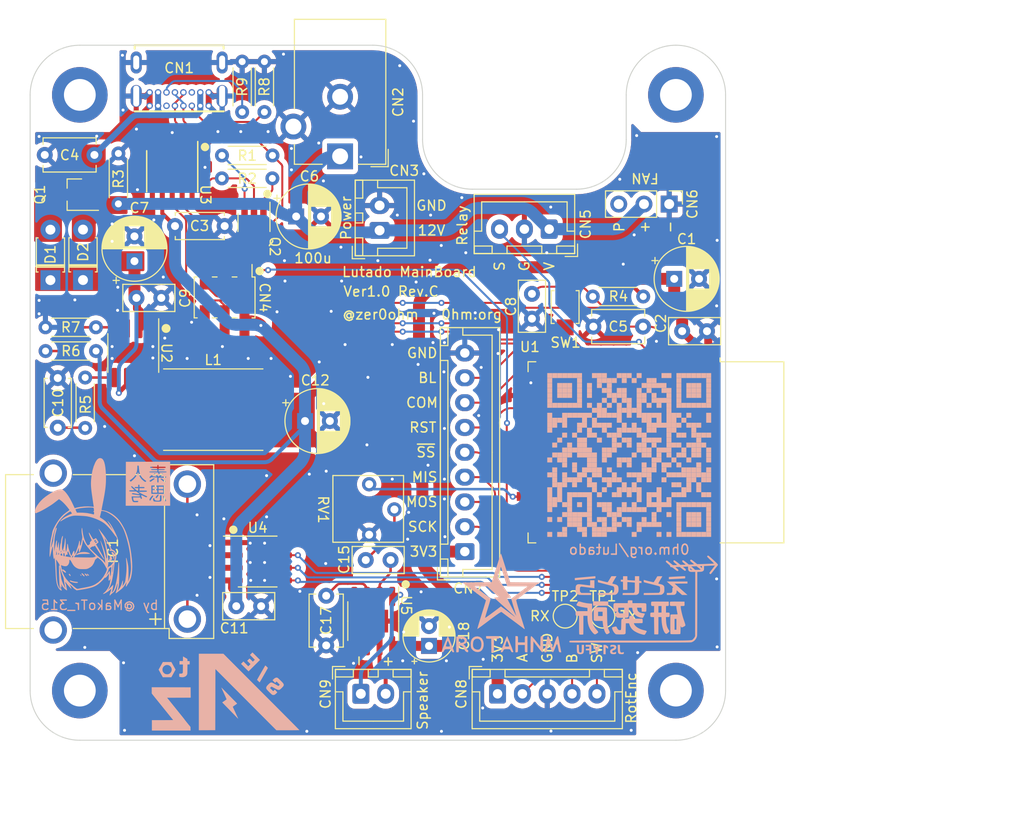
<source format=kicad_pcb>
(kicad_pcb (version 20211014) (generator pcbnew)
  (layers (0 "F.Cu" signal) (31 "B.Cu" signal) (34 "B.Paste" user) (35 "F.Paste" user) (36 "B.SilkS" user "B.Silkscreen") (37 "F.SilkS" user "F.Silkscreen") (38 "B.Mask" user) (39 "F.Mask" user) (44 "Edge.Cuts" user))
  (net 0 "")
  (net 1 "+3V3")
  (net 2 "GND")
  (net 3 "VBUS")
  (net 4 "+12V")
  (net 5 "/VSEL")
  (net 6 "/SWR")
  (net 7 "/SW")
  (net 8 "Net-(CN1-PadA5)")
  (net 9 "Net-(CN1-PadB5)")
  (net 10 "/USBD-")
  (net 11 "/USBD+")
  (net 12 "/FB")
  (net 13 "/COMP")
  (net 14 "Net-(TC1-Pad2)")
  (net 15 "Net-(TC1-Pad1)")
  (net 18 "/EN")
  (net 19 "/RS_A")
  (net 20 "Net-(C15-Pad1)")
  (net 21 "Net-(C15-Pad2)")
  (net 22 "/RS_B")
  (net 23 "Net-(C17-Pad1)")
  (net 24 "/BOOT0")
  (net 25 "/USART_TX")
  (net 26 "/USART_RX")
  (net 27 "/RS_S")
  (net 28 "/VSPI_SCK")
  (net 29 "/VSPI_MOSI")
  (net 30 "/VSPI_MISO")
  (net 31 "/VSPI_~{SS}")
  (net 32 "/DP_RST")
  (net 33 "/DAT_COM")
  (net 34 "/DP_BL")
  (net 35 "/S_OUTN")
  (net 36 "/S_OUTP")
  (net 37 "Net-(Q2-Pad1)")
  (net 38 "/~{RTS}")
  (net 39 "/~{DTR}")
  (net 40 "/S_AUD")
  (net 46 "/SSPI_MISO")
  (net 47 "/SSPI_SCK")
  (net 48 "/SSPI_~{SS}")
  (net 61 "Net-(Q2-Pad3)")
  (net 62 "Net-(C10-Pad1)")
  (net 64 "Net-(D1-Pad2)")
  (footprint "Resistor_THT:R_Axial_DIN0204_L3.6mm_D1.6mm_P5.08mm_Horizontal" (layer "F.Cu") (at 69.3 93.41)
    (fp_text reference "R2")
    (fp_text value "10k")
  )
  (footprint "MountingHole:MountingHole_3.2mm_M3_DIN965_Pad" (layer "F.Cu") (at 55 85)
    (fp_text reference "MH1" hide)
    (fp_text value "MountingHole_3.2mm_M3_DIN965_Pad" hide)
  )
  (footprint "Capacitor_THT:CP_Radial_D5.0mm_P2.00mm" (layer "F.Cu") (at 90.15 140.5 90)
    (fp_text reference "C18")
    (fp_text value "100u")
  )
  (footprint "Connector_JST:JST_XH_B2B-XH-A_1x02_P2.50mm_Vertical" (layer "F.Cu") (at 83.285 145.325)
    (fp_text reference "CN9")
    (fp_text value "B2B-XH-A")
  )
  (footprint "TestPoint:TestPoint_Pad_D2.0mm" (layer "F.Cu") (at 107.65 137.5)
    (fp_text reference "TP1")
    (fp_text value "ORG_TX")
  )
  (footprint "Capacitor_THT:CP_Radial_D6.3mm_P2.50mm" (layer "F.Cu") (at 76.777621 97.25)
    (fp_text reference "C6")
    (fp_text value "100u")
  )
  (footprint "Resistor_THT:R_Axial_DIN0204_L3.6mm_D1.6mm_P5.08mm_Horizontal" (layer "F.Cu") (at 73.58 86.73 90)
    (fp_text reference "R8")
    (fp_text value "5.1k")
  )
  (footprint "Package_TO_SOT_SMD:SOT-23-6_Handsoldering" (layer "F.Cu") (at 72.53 97.86 -90)
    (fp_text reference "Q2")
    (fp_text value "FMBA06")
  )
  (footprint "Connector_BarrelJack:BarrelJack_CUI_PJ-102AH_Horizontal" (layer "F.Cu") (at 81.2 91.191 180)
    (fp_text reference "CN2")
    (fp_text value "PJ-102A")
  )
  (footprint "Connector_PinHeader_2.54mm:PinHeader_1x03_P2.54mm_Vertical" (layer "F.Cu") (at 114.325 96 -90)
    (fp_text reference "CN6")
    (fp_text value "Conn_01x03")
  )
  (footprint "Resistor_THT:R_Axial_DIN0204_L3.6mm_D1.6mm_P5.08mm_Horizontal" (layer "F.Cu") (at 71.34 86.73 90)
    (fp_text reference "R9")
    (fp_text value "5.1k")
  )
  (footprint "Potentiometer_Bourns_3362P:Potentiometer_Bourns_3362P_Vertical" (layer "F.Cu") (at 84.239 126.76 -90)
    (fp_text reference "RV1")
    (fp_text value "10k")
  )
  (footprint "Package_SO:SOIC-8_3.9x4.9mm_P1.27mm" (layer "F.Cu") (at 60.38 111 -90)
    (fp_text reference "U2")
    (fp_text value "BD9C301FJ")
  )
  (footprint "Package_SO:SSOP-10_3.9x4.9mm_P1.00mm" (layer "F.Cu") (at 64.3 92.7 -90)
    (fp_text reference "U3")
    (fp_text value "CH340K")
  )
  (footprint "Capacitor_THT:C_Disc_D5.1mm_W3.2mm_P5.00mm" (layer "F.Cu") (at 79.8 135.45 -90)
    (fp_text reference "C17")
    (fp_text value "1u")
  )
  (footprint "Diode_THT:D_T-1_P5.08mm_Horizontal" (layer "F.Cu") (at 55.32 103.65 90)
    (fp_text reference "D2")
    (fp_text value "1S4")
  )
  (footprint "PCC-SMP-K:Omega_PCC-SMP-K" (layer "F.Cu") (at 52.325 131 90)
    (fp_text reference "TC1")
    (fp_text value "PCC-SMP-K")
  )
  (footprint "Resistor_THT:R_Axial_DIN0204_L3.6mm_D1.6mm_P5.08mm_Horizontal" (layer "F.Cu") (at 55.54 113.47 -90)
    (fp_text reference "R5")
    (fp_text value "16k")
  )
  (footprint "Capacitor_THT:C_Disc_D5.1mm_W3.2mm_P5.00mm" (layer "F.Cu") (at 111.69 108.34 180)
    (fp_text reference "C5")
    (fp_text value "1u")
  )
  (footprint "Resistor_THT:R_Axial_DIN0204_L3.6mm_D1.6mm_P5.08mm_Horizontal" (layer "F.Cu") (at 56.63 110.8 180)
    (fp_text reference "R6")
    (fp_text value "7.5k")
  )
  (footprint "GCT_USB4085-GF-A_REVA:GCT_USB4085-GF-A_REVA" (layer "F.Cu") (at 65 82.0755 180)
    (fp_text reference "CN1")
    (fp_text value "USB4085-GF-A")
  )
  (footprint "Resistor_THT:R_Axial_DIN0204_L3.6mm_D1.6mm_P5.08mm_Horizontal" (layer "F.Cu") (at 56.62 108.41 180)
    (fp_text reference "R7")
    (fp_text value "2.4k")
  )
  (footprint "Connector_JST:JST_XH_B9B-XH-A_1x09_P2.50mm_Vertical" (layer "F.Cu") (at 93.75 131 90)
    (fp_text reference "CN7")
    (fp_text value "B9B-XH-A")
  )
  (footprint "Capacitor_THT:C_Disc_D5.0mm_W2.5mm_P2.50mm" (layer "F.Cu") (at 60.7 105.45)
    (fp_text reference "C9")
    (fp_text value "0.1u")
  )
  (footprint "MountingHole:MountingHole_3.2mm_M3_DIN965_Pad" (layer "F.Cu") (at 55 145)
    (fp_text reference "MH3" hide)
    (fp_text value "MountingHole_3.2mm_M3_DIN965_Pad" hide)
  )
  (footprint "Resistor_THT:R_Axial_DIN0204_L3.6mm_D1.6mm_P5.08mm_Horizontal" (layer "F.Cu") (at 111.71 105.31 180)
    (fp_text reference "R4")
    (fp_text value "10k")
  )
  (footprint "Resistor_THT:R_Axial_DIN0204_L3.6mm_D1.6mm_P5.08mm_Horizontal" (layer "F.Cu") (at 74.39 91.1 180)
    (fp_text reference "R1")
    (fp_text value "10k")
  )
  (footprint "Capacitor_THT:C_Disc_D5.0mm_W2.5mm_P2.50mm" (layer "F.Cu") (at 86.28 131.85 180)
    (fp_text reference "C15")
    (fp_text value "0.1u")
  )
  (footprint "Package_SO:SOIC-8_3.9x4.9mm_P1.27mm" (layer "F.Cu") (at 72.9 132)
    (fp_text reference "U4")
    (fp_text value "MAX31855KASA")
  )
  (footprint "Capacitor_THT:CP_Radial_D6.3mm_P2.50mm" (layer "F.Cu") (at 77.667621 117.85)
    (fp_text reference "C12")
    (fp_text value "56u")
  )
  (footprint "Capacitor_THT:C_Disc_D5.0mm_W2.5mm_P2.50mm" (layer "F.Cu") (at 73.25 136.5 180)
    (fp_text reference "C11")
    (fp_text value "0.1u")
  )
  (footprint "Package_SO:SOIC-8-1EP_3.9x4.9mm_P1.27mm_EP2.29x3mm" (layer "F.Cu") (at 84.535 138 -90)
    (fp_text reference "U5")
    (fp_text value "HT82V739/A")
  )
  (footprint "Capacitor_THT:C_Disc_D4.7mm_W2.5mm_P5.00mm" (layer "F.Cu") (at 64.58 98.21)
    (fp_text reference "C3")
    (fp_text value "0.33u")
  )
  (footprint "MountingHole:MountingHole_3.2mm_M3_DIN965_Pad" (layer "F.Cu") (at 115 85)
    (fp_text reference "MH2" hide)
    (fp_text value "MountingHole_3.2mm_M3_DIN965_Pad" hide)
  )
  (footprint "Connector_JST:JST_XH_B3B-XH-A_1x03_P2.50mm_Vertical" (layer "F.Cu") (at 102.25 98.525 180)
    (fp_text reference "CN5")
    (fp_text value "B3B-XH-A")
  )
  (footprint "Capacitor_THT:C_Disc_D4.7mm_W2.5mm_P5.00mm" (layer "F.Cu") (at 52.78 118.52 90)
    (fp_text reference "C10")
    (fp_text value "6.8n")
  )
  (footprint "Connector_JST:JST_XH_B2B-XH-A_1x02_P2.50mm_Vertical" (layer "F.Cu") (at 85.175 98.65 90)
    (fp_text reference "CN3")
    (fp_text value "B2B-XH-A")
  )
  (footprint "MountingHole:MountingHole_3.2mm_M3_DIN965_Pad" (layer "F.Cu") (at 115 145)
    (fp_text reference "MH4" hide)
    (fp_text value "MountingHole_3.2mm_M3_DIN965_Pad" hide)
  )
  (footprint "TestPoint:TestPoint_Pad_D2.0mm" (layer "F.Cu") (at 103.85 137.5)
    (fp_text reference "TP2")
    (fp_text value "ORG_RX")
  )
  (footprint "Connector_JST:JST_XH_B5B-XH-A_1x05_P2.50mm_Vertical" (layer "F.Cu") (at 97.05 145.325)
    (fp_text reference "CN8")
    (fp_text value "B5B-XH-A")
  )
  (footprint "Capacitor_THT:CP_Radial_D6.3mm_P2.50mm" (layer "F.Cu") (at 114.83 103.53)
    (fp_text reference "C1")
    (fp_text value "56u")
  )
  (footprint "ESP32-WROOM:ESP32-WROOM-32x_KeepoutZone_Fixed" (layer "F.Cu") (at 110 121 -90)
    (fp_text reference "U1")
    (fp_text value "ESP32-WROOM-32E")
  )
  (footprint "Connector_PinHeader_2.00mm:PinHeader_2x03_P2.00mm_Vertical_SMD" (layer "F.Cu") (at 69.575 105.4 -90)
    (fp_text reference "CN4")
    (fp_text value "Conn_02x03")
  )
  (footprint "Package_TO_SOT_SMD:SOT-23_Handsoldering" (layer "F.Cu") (at 54.48 95.05 180)
    (fp_text reference "Q1")
    (fp_text value "IRLML6402")
  )
  (footprint "Capacitor_THT:C_Disc_D5.0mm_W2.5mm_P2.50mm" (layer "F.Cu") (at 115.63 108.8)
    (fp_text reference "C2")
    (fp_text value "0.1u")
  )
  (footprint "Capacitor_THT:C_Disc_D5.0mm_W2.5mm_P2.50mm" (layer "F.Cu") (at 100.51 107.54 90)
    (fp_text reference "C8")
    (fp_text value "0.1u")
  )
  (footprint "Diode_THT:D_T-1_P5.08mm_Horizontal" (layer "F.Cu") (at 52.04 103.66 90)
    (fp_text reference "D1")
    (fp_text value "1S4")
  )
  (footprint "Button_Switch_SMD:SW_SPST_B3U-1000P" (layer "F.Cu") (at 103.85 106.37 -90)
    (fp_text reference "SW1")
    (fp_text value "B3U-1000P")
  )
  (footprint "Resistor_THT:R_Axial_DIN0204_L3.6mm_D1.6mm_P5.08mm_Horizontal" (layer "F.Cu") (at 58.88 90.9 -90)
    (fp_text reference "R3")
    (fp_text value "10k")
  )
  (footprint "Capacitor_THT:C_Disc_D5.1mm_W3.2mm_P5.00mm" (layer "F.Cu") (at 51.47 91.05)
    (fp_text reference "C4")
    (fp_text value "2.2u")
  )
  (footprint "Capacitor_THT:CP_Radial_D6.3mm_P2.50mm" (layer "F.Cu") (at 60.5 101.75 90)
    (fp_text reference "C7")
    (fp_text value "22u")
  )
  (footprint "Inductor_SMD:L_Taiyo-Yuden_NR-80xx_HandSoldering" (layer "F.Cu") (at 68.43 116.7)
    (fp_text reference "L1")
    (fp_text value "4.7uH" hide)
  )
  (footprint "ProductMisc:AtoZ2022" (layer "B.Cu") (at 69.662151 144.677713 180)
    (fp_text reference "G3" hide)
    (fp_text value "LOGO" hide)
  )
  (footprint "ProductMisc:Lutado_PJ-URL_QR" (layer "B.Cu") (at 110.3 121.27 180)
    (fp_text reference "QR*****" hide)
    (fp_text value "Lutado_PJ-URL_QR" hide)
  )
  (footprint "ProductMisc:et_cetera_lab" (layer "B.Cu") (at 111.758937 136.357695 180)
    (fp_text reference "G2" hide)
    (fp_text value "LOGO" hide)
  )
  (footprint "ProductMisc:amateur_intent_invert" (layer "B.Cu") (at 55.31285 131.585764 180)
    (fp_text reference "G4" hide)
    (fp_text value "LOGO" hide)
  )
  (footprint "ProductMisc:Minatoya" (layer "B.Cu") (at 97.42 137.087012 180)
    (fp_text reference "G1" hide)
    (fp_text value "LOGO" hide)
  )
  (gr_circle (center 87.8 134.3) (end 87.45 134.3) (layer "F.SilkS") (width 0.15) (fill solid))
  (gr_circle (center 67.6 90.25) (end 67.95 90.25) (layer "F.SilkS") (width 0.15) (fill solid))
  (gr_circle (center 73.89 94.98) (end 73.89 94.63) (layer "F.SilkS") (width 0.15) (fill solid))
  (gr_circle (center 63.68 108.525) (end 64.03 108.525) (layer "F.SilkS") (width 0.2) (fill solid))
  (gr_circle (center 73.1 102.75) (end 73.1 102.4) (layer "F.SilkS") (width 0.15) (fill solid))
  (gr_circle (center 70.45 128.8) (end 70.8 128.8) (layer "F.SilkS") (width 0.15) (fill solid))
  (gr_line (start 120 145) (end 120 85) (layer "Edge.Cuts") (width 0.1))
  (gr_line (start 94.5 94.5) (end 105 94.5) (layer "Edge.Cuts") (width 0.1))
  (gr_arc (start 110 85) (mid 111.464466 81.464466) (end 115 80) (layer "Edge.Cuts") (width 0.1))
  (gr_arc (start 120 145) (mid 118.535534 148.535534) (end 115 150) (layer "Edge.Cuts") (width 0.1))
  (gr_line (start 89.5 85) (end 89.5 89.5) (layer "Edge.Cuts") (width 0.1))
  (gr_arc (start 110 89.5) (mid 108.535534 93.035534) (end 105 94.5) (layer "Edge.Cuts") (width 0.1))
  (gr_line (start 110 85) (end 110 89.5) (layer "Edge.Cuts") (width 0.1))
  (gr_arc (start 94.5 94.5) (mid 90.964466 93.035534) (end 89.5 89.5) (layer "Edge.Cuts") (width 0.1))
  (gr_arc (start 84.5 80) (mid 88.035534 81.464466) (end 89.5 85) (layer "Edge.Cuts") (width 0.1))
  (gr_arc (start 55 150) (mid 51.464466 148.535534) (end 50 145) (layer "Edge.Cuts") (width 0.1))
  (gr_line (start 55 150) (end 115 150) (layer "Edge.Cuts") (width 0.1))
  (gr_line (start 50 145) (end 50 85) (layer "Edge.Cuts") (width 0.1))
  (gr_line (start 84.5 80) (end 55 80) (layer "Edge.Cuts") (width 0.1))
  (gr_arc (start 50 85) (mid 51.464466 81.464466) (end 55 80) (layer "Edge.Cuts") (width 0.1))
  (gr_arc (start 115 80) (mid 118.535534 81.464466) (end 120 85) (layer "Edge.Cuts") (width 0.1))
  (gr_text "by @MakoTr_315" (at 56.99 136.4) (layer "B.SilkS") (effects (font (size 0.95 0.95) (thickness 0.125)) (justify mirror)))
  (gr_text "0hm.org/Lutado" (at 110.3 130.8) (layer "B.SilkS") (effects (font (size 1 1)) (justify mirror)))
  (gr_text "0hm.org" (at 94.435 107.12) (layer "F.SilkS") (effects (font (size 1 1))))
  (gr_text "RX" (at 101.3 137.5) (layer "F.SilkS") (effects (font (size 1 1))))
  (gr_text "+" (at 86.04 142) (layer "F.SilkS") (effects (font (size 1 1))))
  (gr_text "3V3" (at 97.05 140.8 90) (layer "F.SilkS") (effects (font (size 1 1))))
  (gr_text "Ver1.0 Rev.C" (at 86.33 104.8) (layer "F.SilkS") (effects (font (size 1 1))))
  (gr_text "BL" (at 89.98 113.5) (layer "F.SilkS") (effects (font (size 1 1))))
  (gr_text "~{SS}" (at 89.84 121) (layer "F.SilkS") (effects (font (size 1 1))))
  (gr_text "SW" (at 107.05 141.185 90) (layer "F.SilkS") (effects (font (size 1 1))))
  (gr_text "G" (at 99.75 102.26 90) (layer "F.SilkS") (effects (font (size 1 1))))
  (gr_text "A" (at 99.55 141.7 90) (layer "F.SilkS") (effects (font (size 1 1))))
  (gr_text "COM" (at 89.44 116) (layer "F.SilkS") (effects (font (size 1 1))))
  (gr_text "-" (at 114.39 98.31 90) (layer "F.SilkS") (effects (font (size 1 1))))
  (gr_text "MIS" (at 89.7 123.5) (layer "F.SilkS") (effects (font (size 1 1))))
  (gr_text "RotEnc" (at 110.5 145.75 90) (layer "F.SilkS") (effects (font (size 1 1))))
  (gr_text "+" (at 111.85 98.31 90) (layer "F.SilkS") (effects (font (size 1 1))))
  (gr_text "V" (at 102.25 102.26 90) (layer "F.SilkS") (effects (font (size 1 1))))
  (gr_text "-" (at 83.03 142 90) (layer "F.SilkS") (effects (font (size 1 1))))
  (gr_text "Relay" (at 93.5 98.15 90) (layer "F.SilkS") (effects (font (size 1 1))))
  (gr_text "Power" (at 81.8 97.4 90) (layer "F.SilkS") (effects (font (size 1 1))))
  (gr_text "RST" (at 89.53 118.5) (layer "F.SilkS") (effects (font (size 1 1))))
  (gr_text "TX" (at 110.25 137.5) (layer "F.SilkS") (effects (font (size 1 1))))
  (gr_text "GND" (at 89.46 111) (layer "F.SilkS") (effects (font (size 1 1))))
  (gr_text "GND" (at 102.05 140.7 90) (layer "F.SilkS") (effects (font (size 1 1))))
  (gr_text "P" (at 109.31 98.31 90) (layer "F.SilkS") (effects (font (size 1 1))))
  (gr_text "Lutado MainBoard" (at 88.17 102.84) (layer "F.SilkS") (effects (font (size 1 1))))
  (gr_text "@zer0ohm" (at 85.275 107.12) (layer "F.SilkS") (effects (font (size 1 1))))
  (gr_text "S" (at 97.25 102.26 90) (layer "F.SilkS") (effects (font (size 1 1))))
  (gr_text "Speaker" (at 89.5 146 90) (layer "F.SilkS") (effects (font (size 1 1))))
  (gr_text "GND" (at 90.4 96.15) (layer "F.SilkS") (effects (font (size 1 1))))
  (gr_text "FAN" (at 111.89 93.4 180) (layer "F.SilkS") (effects (font (size 1 1))))
  (gr_text "MOS" (at 89.41 126) (layer "F.SilkS") (effects (font (size 1 1))))
  (gr_text "12V" (at 90.4 98.65) (layer "F.SilkS") (effects (font (size 1 1))))
  (gr_text "3V3" (at 89.6 131) (layer "F.SilkS") (effects (font (size 1 1))))
  (gr_text "B" (at 104.55 141.75 90) (layer "F.SilkS") (effects (font (size 1 1))))
  (gr_text "SCK" (at 89.51 128.5) (layer "F.SilkS") (effects (font (size 1 1))))
  (segment (start 89.48 129.37) (end 89.48 124.423467) (width 1.2) (layer "F.Cu") (net 1))
  (segment (start 104.43532 102.36) (end 93.100035 102.36) (width 1.2) (layer "F.Cu") (net 1))
  (segment (start 63.3 94.645978) (end 63.645489 94.300489) (width 0.3) (layer "F.Cu") (net 1))
  (segment (start 63.3 95.25) (end 63.3 94.645978) (width 0.3) (layer "F.Cu") (net 1))
  (segment (start 90.15 140.5) (end 86.8 140.5) (width 1) (layer "F.Cu") (net 1))
  (segment (start 89.48 131.658041) (end 89.48 131.162462) (width 1.2) (layer "F.Cu") (net 1))
  (segment (start 109.56 103.53) (end 107.259949 103.53) (width 1.2) (layer "F.Cu") (net 1))
  (segment (start 116.985 112.1205) (end 116.985 110.155) (width 0.8) (layer "F.Cu") (net 1))
  (segment (start 80.825 112.425) (end 78.15 115.1) (width 1.2) (layer "F.Cu") (net 1))
  (segment (start 94.215 138.815) (end 94.565 138.465) (width 1.2) (layer "F.Cu") (net 1))
  (segment (start 94.165 137.135) (end 95.03 138) (width 1.2) (layer "F.Cu") (net 1))
  (segment (start 96.29 139.26) (end 95.870894 138.840894) (width 1.2) (layer "F.Cu") (net 1))
  (segment (start 93.765 139.265) (end 94.30739 138.72261) (width 1.2) (layer "F.Cu") (net 1))
  (segment (start 94.565 138.100685) (end 94.565 138.465) (width 1.2) (layer "F.Cu") (net 1))
  (segment (start 72.252072 107.822) (end 71.7 107.822) (width 1.2) (layer "F.Cu") (net 1))
  (segment (start 80.225 121.225) (end 77.667621 118.667621) (width 1.2) (layer "F.Cu") (net 1))
  (segment (start 111.71 105.31) (end 110.19163 103.79163) (width 0.4) (layer "F.Cu") (net 1))
  (segment (start 66.3 94.645978) (end 66.3 95.25) (width 0.3) (layer "F.Cu") (net 1))
  (segment (start 70.425 134.645) (end 70.75 134.97) (width 1) (layer "F.Cu") (net 1))
  (segment (start 88.7 110.4) (end 87.575 111.525) (width 1.2) (layer "F.Cu") (net 1))
  (segment (start 91.905 102.855) (end 89.605 105.155) (width 1.2) (layer "F.Cu") (net 1))
  (segment (start 89.48 129.37) (end 89.48 131.658041) (width 1.2) (layer "F.Cu") (net 1))
  (segment (start 90.15 140.5) (end 91.773396 140.5) (width 1.2) (layer "F.Cu") (net 1))
  (segment (start 115.63 108.8) (end 115.63 107.22) (width 1.2) (layer "F.Cu") (net 1))
  (segment (start 90.005 129.895) (end 90.728162 130.618162) (width 1.2) (layer "F.Cu") (net 1))
  (segment (start 89.025 123.325) (end 87.825 122.125) (width 1.2) (layer "F.Cu") (net 1))
  (segment (start 77.667621 118.667621) (end 77.667621 117.85) (width 1.2) (layer "F.Cu") (net 1))
  (segment (start 93.765 139.265) (end 94.215 138.815) (width 1.2) (layer "F.Cu") (net 1))
  (segment (start 96.615 139.585) (end 96.29 139.26) (width 1.2) (layer "F.Cu") (net 1))
  (segment (start 95.515 138.485) (end 95.03 138) (width 1.2) (layer "F.Cu") (net 1))
  (segment (start 114.83 103.53) (end 109.56 103.53) (width 1.2) (layer "F.Cu") (net 1))
  (segment (start 77.667621 116.264565) (end 77.667621 117.85) (width 1.2) (layer "F.Cu") (net 1))
  (segment (start 89.14 106.277609) (end 89.14 109.337747) (width 1.2) (layer "F.Cu") (net 1))
  (segment (start 89.48 129.37) (end 90.005 129.895) (width 1.2) (layer "F.Cu") (net 1))
  (segment (start 86.91967 121.75) (end 81.492462 121.75) (width 1.2) (layer "F.Cu") (net 1))
  (segment (start 63.3 96.93) (end 63.3 95.25) (width 0.4) (layer "F.Cu") (net 1))
  (segment (start 65.954511 94.300489) (end 66.3 94.645978) (width 0.3) (layer "F.Cu") (net 1))
  (segment (start 93.065 139.965) (end 93.765 139.265) (width 1.2) (layer "F.Cu") (net 1))
  (segment (start 96.29 139.26) (end 95.515 138.485) (width 1.2) (layer "F.Cu") (net 1))
  (segment (start 116.985 110.155) (end 115.63 108.8) (width 0.8) (layer "F.Cu") (net 1))
  (segment (start 94.565 138.465) (end 95.03 138) (width 1.2) (layer "F.Cu") (net 1))
  (segment (start 70.425 134.645) (end 70.425 134.1) (width 1) (layer "F.Cu") (net 1))
  (segment (start 86.428249 112) (end 81.85104 112) (width 1.2) (layer "F.Cu") (net 1))
  (segment (start 64.58 98.21) (end 63.3 96.93) (width 0.4) (layer "F.Cu") (net 1))
  (segment (start 70.75 134.97) (end 70.75 136.5) (width 1) (layer "F.Cu") (net 1))
  (segment (start 93.75 131) (end 91.65 131) (width 1.2) (layer "F.Cu") (net 1))
  (segment (start 97.05 145.325) (end 97.05 140.635182) (width 1.2) (layer "F.Cu") (net 1))
  (segment (start 63.645489 94.300489) (end 65.954511 94.300489) (width 0.3) (layer "F.Cu") (net 1))
  (segment (start 95.01169 138.485) (end 95.515 138.485) (width 1.2) (layer "F.Cu") (net 1))
  (segment (start 90.04 133.01) (end 94.165 137.135) (width 1.2) (layer "F.Cu") (net 1))
  (segment (start 114.83 103.53) (end 114.83 105.28863) (width 1.2) (layer "F.Cu") (net 1))
  (via (at 73.225 108.225) (size 0.605) (drill 0.3) (layers "F.Cu" "B.Cu") (net 1))
  (arc (start 81.85104 112) (mid 81.295751 112.110454) (end 80.825 112.425) (width 1.2) (layer "F.Cu") (net 1))
  (arc (start 95.870894 138.840894) (mid 95.476688 138.577493) (end 95.01169 138.485) (width 1.2) (layer "F.Cu") (net 1))
  (arc (start 93.100035 102.36) (mid 92.453287 102.488646) (end 91.905 102.855) (width 1.2) (layer "F.Cu") (net 1))
  (arc (start 87.575 111.525) (mid 87.048866 111.876551) (end 86.428249 112) (width 1.2) (layer "F.Cu") (net 1))
  (arc (start 90.728162 130.618162) (mid 91.151105 130.900763) (end 91.65 131) (width 1.2) (layer "F.Cu") (net 1))
  (arc (start 114.83 105.28863) (mid 114.907436 105.677925) (end 115.127954 106.007954) (width 1.2) (layer "F.Cu") (net 1))
  (arc (start 94.165 137.135) (mid 94.461043 137.57806) (end 94.565 138.100685) (width 1.2) (layer "F.Cu") (net 1))
  (arc (start 97.05 140.635182) (mid 96.936947 140.066827) (end 96.615 139.585) (width 1.2) (layer "F.Cu") (net 1))
  (arc (start 115.63 107.22) (mid 115.499523 106.564045) (end 115.127954 106.007954) (width 1.2) (layer "F.Cu") (net 1))
  (arc (start 94.30739 138.72261) (mid 94.49805 138.437268) (end 94.565 138.100685) (width 1.2) (layer "F.Cu") (net 1))
  (arc (start 89.14 109.337747) (mid 89.025647 109.912634) (end 88.7 110.4) (width 1.2) (layer "F.Cu") (net 1))
  (arc (start 89.48 124.423467) (mid 89.361749 123.828981) (end 89.025 123.325) (width 1.2) (layer "F.Cu") (net 1))
  (arc (start 91.773396 140.5) (mid 92.472407 140.360958) (end 93.065 139.965) (width 1.2) (layer "F.Cu") (net 1))
  (arc (start 89.48 131.658041) (mid 89.62554 132.389716) (end 90.04 133.01) (width 1.2) (layer "F.Cu") (net 1))
  (arc (start 78.15 115.1) (mid 77.792987 115.634307) (end 77.667621 116.264565) (width 1.2) (layer "F.Cu") (net 1))
  (arc (start 81.492462 121.75) (mid 80.806516 121.613557) (end 80.225 121.225) (width 1.2) (layer "F.Cu") (net 1))
  (arc (start 94.215 138.815) (mid 94.580524 138.570764) (end 95.01169 138.485) (width 1.2) (layer "F.Cu") (net 1))
  (arc (start 89.48 131.162462) (mid 89.616443 130.476517) (end 90.005 129.895) (width 1.2) (layer "F.Cu") (net 1))
  (arc (start 105.57 102.83) (mid 105.049404 102.482149) (end 104.43532 102.36) (width 1.2) (layer "F.Cu") (net 1))
  (arc (start 110.19163 103.79163) (mid 109.901836 103.597995) (end 109.56 103.53) (width 0.4) (layer "F.Cu") (net 1))
  (arc (start 107.259949 103.53) (mid 106.345355 103.348076) (end 105.57 102.83) (width 1.2) (layer "F.Cu") (net 1))
  (arc (start 87.825 122.125) (mid 87.409631 121.84746) (end 86.91967 121.75) (width 1.2) (layer "F.Cu") (net 1))
  (arc (start 89.605 105.155) (mid 89.260849 105.670058) (end 89.14 106.277609) (width 1.2) (layer "F.Cu") (net 1))
  (arc (start 73.225 108.225) (mid 72.778617 107.926736) (end 72.252072 107.822) (width 1.2) (layer "F.Cu") (net 1))
  (segment (start 72.45 108.15) (end 70.786396 108.15) (width 1.2) (layer "B.Cu") (net 1))
  (segment (start 77.125 122.125) (end 71.325 127.925) (width 1.2) (layer "B.Cu") (net 1))
  (segment (start 77.667621 118.332379) (end 77.667621 117.85) (width 0.4) (layer "B.Cu") (net 1))
  (segment (start 77.667621 117.85) (end 77.667621 120.814998) (width 1.2) (layer "B.Cu") (net 1))
  (segment (start 69.7 107.7) (end 65.1 103.1) (width 1.2) (layer "B.Cu") (net 1))
  (segment (start 57 111.693259) (end 57 115.9) (width 0.4) (layer "B.Cu") (net 1))
  (segment (start 74.3 121.7) (end 77.667621 118.332379) (width 0.4) (layer "B.Cu") (net 1))
  (segment (start 57.282843 116.582843) (end 62.425 121.725) (width 0.4) (layer "B.Cu") (net 1))
  (segment (start 63.088908 122) (end 73.575736 122) (width 0.4) (layer "B.Cu") (net 1))
  (segment (start 77.667621 117.85) (end 77.667621 113.328936) (width 1.2) (layer "B.Cu") (net 1))
  (segment (start 77.2 112.2) (end 73.644975 108.644975) (width 1.2) (layer "B.Cu") (net 1))
  (segment (start 64.58 101.844609) (end 64.58 98.21) (width 1.2) (layer "B.Cu") (net 1))
  (segment (start 70.75 129.313172) (end 70.75 136.5) (width 1.2) (layer "B.Cu") (net 1))
  (arc (start 56.63 110.8) (mid 56.90384 111.209831) (end 57 111.693259) (width 0.4) (layer "B.Cu") (net 1))
  (arc (start 71.325 127.925) (mid 70.899437 128.561899) (end 70.75 129.313172) (width 1.2) (layer "B.Cu") (net 1))
  (arc (start 73.575736 122) (mid 73.967705 121.922032) (end 74.3 121.7) (width 0.4) (layer "B.Cu") (net 1))
  (arc (start 77.667621 120.814998) (mid 77.526598 121.523966) (end 77.125 122.125) (width 1.2) (layer "B.Cu") (net 1))
  (arc (start 73.644975 108.644975) (mid 73.096716 108.278639) (end 72.45 108.15) (width 1.2) (layer "B.Cu") (net 1))
  (arc (start 77.667621 113.328936) (mid 77.54609 112.71796) (end 77.2 112.2) (width 1.2) (layer "B.Cu") (net 1))
  (arc (start 70.786396 108.15) (mid 70.198443 108.033049) (end 69.7 107.7) (width 1.2) (layer "B.Cu") (net 1))
  (arc (start 57 115.9) (mid 57.073508 116.269552) (end 57.282843 116.582843) (width 0.4) (layer "B.Cu") (net 1))
  (arc (start 62.425 121.725) (mid 62.729603 121.92853) (end 63.088908 122) (width 0.4) (layer "B.Cu") (net 1))
  (arc (start 65.1 103.1) (mid 64.715144 102.524021) (end 64.58 101.844609) (width 1.2) (layer "B.Cu") (net 1))
  (segment (start 62.025 84.7505) (end 62.025 86.1005) (width 0.6) (layer "F.Cu") (net 2))
  (segment (start 82.63 140.475) (end 82.63 139.4) (width 0.4) (layer "F.Cu") (net 2))
  (segment (start 60.675 85.1205) (end 61.655 85.1205) (width 0.6) (layer "F.Cu") (net 2))
  (segment (start 83.92 138) (end 84.535 138) (width 0.4) (layer "F.Cu") (net 2))
  (segment (start 61.655 85.1205) (end 62.025 84.7505) (width 0.6) (layer "F.Cu") (net 2))
  (segment (start 82.63 135.525) (end 82.63 136.71) (width 0.4) (layer "F.Cu") (net 2))
  (segment (start 69.325 85.1205) (end 68.345 85.1205) (width 0.6) (layer "F.Cu") (net 2))
  (segment (start 82.63 139.4) (end 84.03 138) (width 0.4) (layer "F.Cu") (net 2))
  (segment (start 118.255 112.1205) (end 118.255 108.925) (width 0.8) (layer "F.Cu") (net 2))
  (segment (start 68.345 85.1205) (end 67.975 84.7505) (width 0.6) (layer "F.Cu") (net 2))
  (segment (start 67.975 84.7505) (end 67.975 86.1005) (width 0.6) (layer "F.Cu") (net 2))
  (segment (start 82.63 136.71) (end 83.92 138) (width 0.4) (layer "F.Cu") (net 2))
  (segment (start 118.255 108.925) (end 118.13 108.8) (width 0.8) (layer "F.Cu") (net 2))
  (segment (start 84.03 138) (end 84.535 138) (width 0.4) (layer "F.Cu") (net 2))
  (via (at 93.85 100.9) (size 0.605) (drill 0.3) (layers "F.Cu" "B.Cu") (net 2))
  (via (at 109.7 102.05) (size 0.605) (drill 0.3) (layers "F.Cu" "B.Cu") (net 2))
  (via (at 66.25 107.9) (size 0.605) (drill 0.3) (layers "F.Cu" "B.Cu") (net 2))
  (via (at 90.31 97.11) (size 0.605) (drill 0.3) (layers "F.Cu" "B.Cu") (net 2))
  (via (at 68.1 133.6) (size 0.605) (drill 0.3) (layers "F.Cu" "B.Cu") (net 2))
  (via (at 83.3 91.25) (size 0.605) (drill 0.3) (layers "F.Cu" "B.Cu") (net 2))
  (via (at 73.8 123.35) (size 0.605) (drill 0.3) (layers "F.Cu" "B.Cu") (net 2))
  (via (at 79.05 89.85) (size 0.605) (drill 0.3) (layers "F.Cu" "B.Cu") (net 2))
  (via (at 54.5 105.65) (size 0.605) (drill 0.3) (layers "F.Cu" "B.Cu") (net 2))
  (via (at 86.45 123.7) (size 0.605) (drill 0.3) (layers "F.Cu" "B.Cu") (net 2))
  (via (at 109.35 93.5) (size 0.605) (drill 0.3) (layers "F.Cu" "B.Cu") (net 2))
  (via (at 59.5 149) (size 0.605) (drill 0.3) (layers "F.Cu" "B.Cu") (net 2))
  (via (at 97.15 108.65) (size 0.605) (drill 0.3) (layers "F.Cu" "B.Cu") (net 2))
  (via (at 95.6 141.85) (size 0.605) (drill 0.3) (layers "F.Cu" "B.Cu") (net 2))
  (via (at 91.38 100.17) (size 0.605) (drill 0.3) (layers "F.Cu" "B.Cu") (net 2))
  (via (at 73.8 127.5) (size 0.605) (drill 0.3) (layers "F.Cu" "B.Cu") (net 2))
  (via (at 75.65 103.75) (size 0.605) (drill 0.3) (layers "F.Cu" "B.Cu") (net 2))
  (via (at 59.29 81.01) (size 0.605) (drill 0.3) (layers "F.Cu" "B.Cu") (net 2))
  (via (at 87.2 82.06) (size 0.605) (drill 0.3) (layers "F.Cu" "B.Cu") (net 2))
  (via (at 90.65 107) (size 0.605) (drill 0.3) (layers "F.Cu" "B.Cu") (net 2))
  (via (at 73.95 88.7) (size 0.605) (drill 0.3) (layers "F.Cu" "B.Cu") (net 2))
  (via (at 57.5 118.4) (size 0.605) (drill 0.3) (layers "F.Cu" "B.Cu") (net 2))
  (via (at 50.9 107.05) (size 0.605) (drill 0.3) (layers "F.Cu" "B.Cu") (net 2))
  (via (at 72.2 133.9) (size 0.605) (drill 0.3) (layers "F.Cu" "B.Cu") (net 2))
  (via (at 73.6 133.9) (size 0.605) (drill 0.3) (layers "F.Cu" "B.Cu") (net 2))
  (via (at 60.7 88.45) (size 0.605) (drill 0.3) (layers "F.Cu" "B.Cu") (net 2))
  (via (at 82.55 142.25) (size 0.605) (drill 0.3) (layers "F.Cu" "B.Cu") (net 2))
  (via (at 119.1 133.75) (size 0.605) (drill 0.3) (layers "F.Cu" "B.Cu") (net 2))
  (via (at 97.1 111.05) (size 0.605) (drill 0.3) (layers "F.Cu" "B.Cu") (net 2))
  (via (at 94.8 106.95) (size 0.605) (drill 0.3) (layers "F.Cu" "B.Cu") (net 2))
  (via (at 58.25 98) (size 0.605) (drill 0.3) (layers "F.Cu" "B.Cu") (net 2))
  (via (at 81.7 110.15) (size 0.605) (drill 0.3) (layers "F.Cu" "B.Cu") (net 2))
  (via (at 111.05 89.1) (size 0.605) (drill 0.3) (layers "F.Cu" "B.Cu") (net 2))
  (via (at 62.35 110.35) (size 0.605) (drill 0.3) (layers "F.Cu" "B.Cu") (net 2))
  (via (at 119.1 89.2) (size 0.605) (drill 0.3) (layers "F.Cu" "B.Cu") (net 2))
  (via (at 91.4 149.1) (size 0.605) (drill 0.3) (layers "F.Cu" "B.Cu") (net 2))
  (via (at 58.825 104.375) (size 0.605) (drill 0.3) (layers "F.Cu" "B.Cu") (net 2))
  (via (at 60.8 94.55) (size 0.605) (drill 0.3) (layers "F.Cu" "B.Cu") (net 2))
  (via (at 95.4 112.45) (size 0.605) (drill 0.3) (layers "F.Cu" "B.Cu") (net 2))
  (via (at 62.45 97.6) (size 0.605) (drill 0.3) (layers "F.Cu" "B.Cu") (net 2))
  (via (at 84 113.45) (size 0.605) (drill 0.3) (layers "F.Cu" "B.Cu") (net 2))
  (via (at 102.425 149.075) (size 0.605) (drill 0.3) (layers "F.Cu" "B.Cu") (net 2))
  (via (at 69.5 127.7) (size 0.605) (drill 0.3) (layers "F.Cu" "B.Cu") (net 2))
  (via (at 77.15 135) (size 0.605) (drill 0.3) (layers "F.Cu" "B.Cu") (net 2))
  (via (at 74.25 111.55) (size 0.605) (drill 0.3) (layers "F.Cu" "B.Cu") (net 2))
  (via (at 75.5 80.9) (size 0.605) (drill 0.3) (layers "F.Cu" "B.Cu") (net 2))
  (via (at 76.2 113.35) (size 0.605) (drill 0.3) (layers "F.Cu" "B.Cu") (net 2))
  (via (at 119.1 106.25) (size 0.605) (drill 0.3) (layers "F.Cu" "B.Cu") (net 2))
  (via (at 74.85 106.85) (size 0.605) (drill 0.3) (layers "F.Cu" "B.Cu") (net 2))
  (via (at 50.9 105.7) (size 0.605) (drill 0.3) (layers "F.Cu" "B.Cu") (net 2))
  (via (at 63.4 103.35) (size 0.605) (drill 0.3) (layers "F.Cu" "B.Cu") (net 2))
  (via (at 55.5 140.65) (size 0.605) (drill 0.3) (layers "F.Cu" "B.Cu") (net 2))
  (via (at 85 101.7) (size 0.605) (drill 0.3) (layers "F.Cu" "B.Cu") (net 2))
  (via (at 75.6 101.7) (size 0.605) (drill 0.3) (layers "F.Cu" "B.Cu") (net 2))
  (via (at 86.45 110.15) (size 0.605) (drill 0.3) (layers "F.Cu" "B.Cu") (net 2))
  (via (at 58.25 99.75) (size 0.605) (drill 0.3) (layers "F.Cu" "B.Cu") (net 2))
  (via (at 95.15 117.3) (size 0.605) (drill 0.3) (layers "F.Cu" "B.Cu") (net 2))
  (via (at 79.75 132.2) (size 0.605) (drill 0.3) (layers "F.Cu" "B.Cu") (net 2))
  (via (at 50.9 89.19) (size 0.605) (drill 0.3) (layers "F.Cu" "B.Cu") (net 2))
  (via (at 56.7 89.16) (size 0.605) (drill 0.3) (layers "F.Cu" "B.Cu") (net 2))
  (via (at 91.7 125.7) (size 0.605) (drill 0.3) (layers "F.Cu" "B.Cu") (net 2))
  (via (at 81.35 103.75) (size 0.605) (drill 0.3) (layers "F.Cu" "B.Cu") (net 2))
  (via (at 88 129.75) (size 0.605) (drill 0.3) (layers "F.Cu" "B.Cu") (net 2))
  (via (at 91.7 123.7) (size 0.605) (drill 0.3) (layers "F.Cu" "B.Cu") (net 2))
  (via (at 90.25 101.65) (size 0.605) (drill 0.3) (layers "F.Cu" "B.Cu") (net 2))
  (via (at 91.7 109.95) (size 0.605) (drill 0.3) (layers "F.Cu" "B.Cu") (net 2))
  (via (at 60.5 121.35) (size 0.605) (drill 0.3) (layers "F.Cu" "B.Cu") (net 2))
  (via (at 95.55 146.75) (size 0.605) (drill 0.3) (layers "F.Cu" "B.Cu") (net 2))
  (via (at 92.2 138.6) (size 0.605) (drill 0.3) (layers "F.Cu" "B.Cu") (net 2))
  (via (at 91.7 118.6) (size 0.605) (drill 0.3) (layers "F.Cu" "B.Cu") (net 2))
  (via (at 89.35 135.05) (size 0.605) (drill 0.3) (layers "F.Cu" "B.Cu") (net 2))
  (via (at 67.6 92.3) (size 0.605) (drill 0.3) (layers "F.Cu" "B.Cu") (net 2))
  (via (at 76.3 92.55) (size 0.605) (drill 0.3) (layers "F.Cu" "B.Cu") (net 2))
  (via (at 88.59 87.65) (size 0.605) (drill 0.3) (layers "F.Cu" "B.Cu") (net 2))
  (via (at 77.85 149.1) (size 0.605) (drill 0.3) (layers "F.Cu" "B.Cu") (net 2))
  (via (at 110.5 149) (size 0.605) (drill 0.3) (layers "F.Cu" "B.Cu") (net 2))
  (via (at 119.15 99.65) (size 0.605) (drill 0.3) (layers "F.Cu" "B.Cu") (net 2))
  (via (at 69.35 110.35) (size 0.605) (drill 0.3) (layers "F.Cu" "B.Cu") (net 2))
  (via (at 73.6 132.1) (size 0.605) (drill 0.3) (layers "F.Cu" "B.Cu") (net 2))
  (via (at 87.5 142) (size 0.605) (drill 0.3) (layers "F.Cu" "B.Cu") (net 2))
  (via (at 68.1 130.4) (size 0.605) (drill 0.3) (layers "F.Cu" "B.Cu") (net 2))
  (via (at 90.55 109.95) (size 0.605) (drill 0.3) (layers "F.Cu" "B.Cu") (net 2))
  (via (at 88.1 127.05) (size 0.605) (drill 0.3) (layers "F.Cu" "B.Cu") (net 2))
  (via (at 91.9 142) (size 0.605) (drill 0.3) (layers "F.Cu" "B.Cu") (net 2))
  (via (at 91.75 129.5) (size 0.605) (drill 0.3) (layers "F.Cu" "B.Cu") (net 2))
  (via (at 79.52 93.67) (size 0.605) (drill 0.3) (layers "F.Cu" "B.Cu") (net 2))
  (via (at 72.15 130.15) (size 0.605) (drill 0.3) (layers "F.Cu" "B.Cu") (net 2))
  (via (at 79.1 111.9) (size 0.605) (drill 0.3) (layers "F.Cu" "B.Cu") (net 2))
  (via (at 63.55 109.5) (size 0.605) (drill 0.3) (layers "F.Cu" "B.Cu") (net 2))
  (via (at 88.85 103.85) (size 0.605) (drill 0.3) (layers "F.Cu" "B.Cu") (net 2))
  (via (at 65.8 111.55) (size 0.605) (drill 0.3) (layers "F.Cu" "B.Cu") (net 2))
  (via (at 110.8 99.1) (size 0.605) (drill 0.3) (layers "F.Cu" "B.Cu") (net 2))
  (via (at 79.55 116.1) (size 0.605) (drill 0.3) (layers "F.Cu" "B.Cu") (net 2))
  (via (at 76.3 90.4) (size 0.605) (drill 0.3) (layers "F.Cu" "B.Cu") (net 2))
  (via (at 59.35 86.53) (size 0.605) (drill 0.3) (layers "F.Cu" "B.Cu") (net 2))
  (via (at 113.04 109.82) (size 0.605) (drill 0.3) (layers "F.Cu" "B.Cu") (net 2))
  (via (at 59.4 142.2) (size 0.605) (drill 0.3) (layers "F.Cu" "B.Cu") (net 2))
  (via (at 80.3 106.8) (size 0.605) (drill 0.3) (layers "F.Cu" "B.Cu") (net 2))
  (via (at 119.15 140.6) (size 0.605) (drill 0.3) (layers "F.Cu" "B.Cu") (net 2))
  (via (at 79.8 122.9) (size 0.605) (drill 0.3) (layers "F.Cu" "B.Cu") (net 2))
  (via (at 93.45 95.35) (size 0.605) (drill 0.3) (layers "F.Cu" "B.Cu") (net 2))
  (via (at 58.8 106.7) (size 0.605) (drill 0.3) (layers "F.Cu" "B.Cu") (net 2))
  (via (at 86.96 97.11) (size 0.605) (drill 0.3) (layers "F.Cu" "B.Cu") (net 2))
  (via (at 89.63 92.95) (size 0.605) (drill 0.3) (layers "F.Cu" "B.Cu") (net 2))
  (via (at 81.28 100.34) (size 0.605) (drill 0.3) (layers "F.Cu" "B.Cu") (net 2))
  (via (at 90.05 122.3) (size 0.605) (drill 0.3) (layers "F.Cu" "B.Cu") (net 2))
  (via (at 102 100.9) (size 0.605) (drill 0.3) (layers "F.Cu" "B.Cu") (net 2))
  (via (at 100.4 114) (size 0.605) (drill 0.3) (layers "F.Cu" "B.Cu") (net 2))
  (via (at 71.2 88.7) (size 0.605) (drill 0.3) (layers "F.Cu" "B.Cu") (net 2))
  (via (at 66.8 135.4) (size 0.605) (drill 0.3) (layers "F.Cu" "B.Cu") (net 2))
  (via (at 73.6 130.15) (size 0.605) (drill 0.3) (layers "F.Cu" "B.Cu") (net 2))
  (via (at 62.35 111.5) (size 0.605) (drill 0.3) (layers "F.Cu" "B.Cu") (net 2))
  (via (at 58.25 110.35) (size 0.605) (drill 0.3) (layers "F.Cu" "B.Cu") (net 2))
  (via (at 87.6 139.1) (size 0.605) (drill 0.3) (layers "F.Cu" "B.Cu") (net 2))
  (via (at 102.4 96.3) (size 0.605) (drill 0.3) (layers "F.Cu" "B.Cu") (net 2))
  (via (at 111.15 141.175) (size 0.605) (drill 0.3) (layers "F.Cu" "B.Cu") (net 2))
  (via (at 72.15 132.1) (size 0.605) (drill 0.3) (layers "F.Cu" "B.Cu") (net 2))
  (via (at 66.8 127.3) (size 0.605) (drill 0.3) (layers "F.Cu" "B.Cu") (net 2))
  (via (at 58.25 111.55) (size 0.605) (drill 0.3) (layers "F.Cu" "B.Cu") (net 2))
  (via (at 89.05 112.15) (size 0.605) (drill 0.3) (layers "F.Cu" "B.Cu") (net 2))
  (via (at 78.1 123.2) (size 0.605) (drill 0.3) (layers "F.Cu" "B.Cu") (net 2))
  (via (at 83.9 120.25) (size 0.605) (drill 0.3) (layers "F.Cu" "B.Cu") (net 2))
  (via (at 64.3 88.8) (size 0.605) (drill 0.3) (layers "F.Cu" "B.Cu") (net 2))
  (via (at 68.9 88.7) (size 0.605) (drill 0.3) (layers "F.Cu" "B.Cu") (net 2))
  (via (at 71.95 111.55) (size 0.605) (drill 0.3) (layers "F.Cu" "B.Cu") (net 2))
  (via (at 91.65 112.9) (size 0.605) (drill 0.3) (layers "F.Cu" "B.Cu") (net 2))
  (segment (start 63.24 87.04) (end 62.85 86.65) (width 0.6) (layer "B.Cu") (net 3))
  (segment (start 60.21 87.31) (end 56.47 91.05) (width 0.6) (layer "B.Cu") (net 3))
  (segment (start 62.875 86.625) (end 62.875 86.1005) (width 0.6) (layer "B.Cu") (net 3))
  (segment (start 64.04 87.04) (end 63.876898 87.04) (width 0.6) (layer "B.Cu") (net 3))
  (segment (start 62.875 84.7505) (end 62.875 86.1005) (width 0.6) (layer "B.Cu") (net 3))
  (segment (start 64.04 87.04) (end 63.45 87.04) (width 0.6) (layer "B.Cu") (net 3))
  (segment (start 66.75 87.04) (end 64.04 87.04) (width 0.6) (layer "B.Cu") (net 3))
  (segment (start 63.45 87.04) (end 61.96 87.04) (width 0.6) (layer "B.Cu") (net 3))
  (segment (start 67.125 86.1005) (end 67.125 86.665) (width 0.6) (layer "B.Cu") (net 3))
  (segment (start 67.125 84.7505) (end 67.125 86.1005) (width 0.6) (layer "B.Cu") (net 3))
  (segment (start 62.813554 86.686447) (end 62.85 86.65) (width 0.6) (layer "B.Cu") (net 3))
  (segment (start 61.96 87.04) (end 60.861837 87.04) (width 0.6) (layer "B.Cu") (net 3))
  (segment (start 67.125 86.665) (end 66.75 87.04) (width 0.6) (layer "B.Cu") (net 3))
  (segment (start 62.85 86.65) (end 62.875 86.625) (width 0.6) (layer "B.Cu") (net 3))
  (segment (start 63.45 87.04) (end 63.24 87.04) (width 0.6) (layer "B.Cu") (net 3))
  (arc (start 61.96 87.04) (mid 62.42194 86.948114) (end 62.813554 86.686447) (width 0.6) (layer "B.Cu") (net 3))
  (arc (start 63.876898 87.04) (mid 63.334675 86.932145) (end 62.875 86.625) (width 0.6) (layer "B.Cu") (net 3))
  (arc (start 60.861837 87.04) (mid 60.509066 87.110171) (end 60.21 87.31) (width 0.6) (layer "B.Cu") (net 3))
  (segment (start 81.2 91.191) (end 80.599545 91.191) (width 1.2) (layer "B.Cu") (net 4))
  (segment (start 109.7175 98.0675) (end 111.785 96) (width 1.2) (layer "B.Cu") (net 4))
  (segment (start 102.25 98.525) (end 104.025 98.525) (width 1.2) (layer "B.Cu") (net 4))
  (segment (start 100.541386 96.858614) (end 102.207773 98.525) (width 1.2) (layer "B.Cu") (net 4))
  (segment (start 104.025 98.525) (end 108.612998 98.525) (width 1.2) (layer "B.Cu") (net 4))
  (segment (start 85.175 98.65) (end 91.578249 98.65) (width 1.2) (layer "B.Cu") (net 4))
  (segment (start 77.938811 98.411189) (end 76.777621 97.25) (width 1.2) (layer "B.Cu") (net 4))
  (segment (start 58.88 95.98) (end 73.56532 95.98) (width 1.2) (layer "B.Cu") (net 4))
  (segment (start 77.225 93.775) (end 79.25 91.75) (width 1.2) (layer "B.Cu") (net 4))
  (segment (start 76.777621 97.25) (end 76.777621 94.855068) (width 1.2) (layer "B.Cu") (net 4))
  (segment (start 92.725 98.175) (end 94.05 96.85) (width 1.2) (layer "B.Cu") (net 4))
  (segment (start 84.975489 98.849511) (end 78.997013 98.849511) (width 1.2) (layer "B.Cu") (net 4))
  (segment (start 102.207773 98.525) (end 104.025 98.525) (width 1.2) (layer "B.Cu") (net 4))
  (segment (start 95.136396 96.4) (end 99.434194 96.4) (width 1.2) (layer "B.Cu") (net 4))
  (segment (start 85.175 98.65) (end 84.975489 98.849511) (width 1.2) (layer "B.Cu") (net 4))
  (segment (start 76.777621 97.25) (end 76.63137 97.25) (width 1.2) (layer "B.Cu") (net 4))
  (arc (start 76.63137 97.25) (mid 75.58612 97.042087) (end 74.7 96.45) (width 1.2) (layer "B.Cu") (net 4))
  (arc (start 78.997013 98.849511) (mid 78.424318 98.735595) (end 77.938811 98.411189) (width 1.2) (layer "B.Cu") (net 4))
  (arc (start 91.578249 98.65) (mid 92.198866 98.526551) (end 92.725 98.175) (width 1.2) (layer "B.Cu") (net 4))
  (arc (start 99.434194 96.4) (mid 100.033402 96.51919) (end 100.541386 96.858614) (width 1.2) (layer "B.Cu") (net 4))
  (arc (start 73.56532 95.98) (mid 74.179404 96.102149) (end 74.7 96.45) (width 1.2) (layer "B.Cu") (net 4))
  (arc (start 94.05 96.85) (mid 94.548443 96.516951) (end 95.136396 96.4) (width 1.2) (layer "B.Cu") (net 4))
  (arc (start 108.612998 98.525) (mid 109.21075 98.406099) (end 109.7175 98.0675) (width 1.2) (layer "B.Cu") (net 4))
  (arc (start 80.599545 91.191) (mid 79.869177 91.336279) (end 79.25 91.75) (width 1.2) (layer "B.Cu") (net 4))
  (arc (start 76.777621 94.855068) (mid 76.893891 94.27054) (end 77.225 93.775) (width 1.2) (layer "B.Cu") (net 4))
  (segment (start 61.015 106.765) (end 60.75 106.5) (width 0.8) (layer "F.Cu") (net 5))
  (segment (start 61.015 108.525) (end 61.015 106.765) (width 0.8) (layer "F.Cu") (net 5))
  (segment (start 58.95 114.9) (end 59.745 114.105) (width 0.4) (layer "F.Cu") (net 5))
  (segment (start 58.925 115.025) (end 59.745 114.205) (width 0.4) (layer "F.Cu") (net 5))
  (segment (start 60.5 101.75) (end 60.5 105.2) (width 1.2) (layer "F.Cu") (net 5))
  (segment (start 60.5 105.2) (end 60.75 105.45) (width 1.2) (layer "F.Cu") (net 5))
  (segment (start 60.75 105.45) (end 60.75 106.5) (width 0.8) (layer "F.Cu") (net 5))
  (segment (start 59.745 114.105) (end 59.745 113.475) (width 0.4) (layer "F.Cu") (net 5))
  (via (at 58.925 115.025) (size 0.605) (drill 0.3) (layers "F.Cu" "B.Cu") (net 5))
  (segment (start 60.4125 110.7625) (end 59.2625 111.9125) (width 0.4) (layer "B.Cu") (net 5))
  (segment (start 60.7 105.45) (end 60.7 110.068414) (width 0.4) (layer "B.Cu") (net 5))
  (segment (start 58.925 112.727297) (end 58.925 115.025) (width 0.4) (layer "B.Cu") (net 5))
  (arc (start 59.2625 111.9125) (mid 59.012713 112.286332) (end 58.925 112.727297) (width 0.4) (layer "B.Cu") (net 5))
  (arc (start 60.7 110.068414) (mid 60.625281 110.444051) (end 60.4125 110.7625) (width 0.4) (layer "B.Cu") (net 5))
  (segment (start 111.905 112.1205) (end 111.905 110.541) (width 0.2) (layer "F.Cu") (net 6))
  (segment (start 111.905 110.541) (end 111.28 109.916) (width 0.2) (layer "F.Cu") (net 6))
  (segment (start 111.28 109.916) (end 111.28 109.87) (width 0.2) (layer "F.Cu") (net 6))
  (via (at 111.28 109.87) (size 0.605) (drill 0.3) (layers "F.Cu" "B.Cu") (net 6))
  (segment (start 111.28 109.87) (end 106.0787 109.87) (width 0.2) (layer "B.Cu") (net 6))
  (segment (start 102.12 103.73) (end 97.25 98.86) (width 0.2) (layer "B.Cu") (net 6))
  (segment (start 102.255 106.045) (end 102.255 104.055918) (width 0.2) (layer "B.Cu") (net 6))
  (segment (start 105.62 109.68) (end 102.445919 106.505919) (width 0.2) (layer "B.Cu") (net 6))
  (segment (start 97.25 98.86) (end 97.25 98.525) (width 0.2) (layer "B.Cu") (net 6))
  (arc (start 102.445919 106.505919) (mid 102.304618 106.294448) (end 102.255 106.045) (width 0.2) (layer "B.Cu") (net 6))
  (arc (start 106.0787 109.87) (mid 105.830453 109.820621) (end 105.62 109.68) (width 0.2) (layer "B.Cu") (net 6))
  (arc (start 102.255 104.055918) (mid 102.219915 103.879532) (end 102.12 103.73) (width 0.2) (layer "B.Cu") (net 6))
  (segment (start 67.712667 87.729511) (end 72.369049 87.729511) (width 0.2) (layer "F.Cu") (net 8))
  (segment (start 72.73 87.58) (end 73.58 86.73) (width 0.2) (layer "F.Cu") (net 8))
  (segment (start 66.275 86.1005) (end 66.275 86.333579) (width 0.2) (layer "F.Cu") (net 8))
  (segment (start 66.375 86.575) (end 67.4 87.6) (width 0.2) (layer "F.Cu") (net 8))
  (arc (start 72.369049 87.729511) (mid 72.564394 87.690654) (end 72.73 87.58) (width 0.2) (layer "F.Cu") (net 8))
  (arc (start 66.275 86.333579) (mid 66.300989 86.464235) (end 66.375 86.575) (width 0.2) (layer "F.Cu") (net 8))
  (arc (start 67.4 87.6) (mid 67.543453 87.695852) (end 67.712667 87.729511) (width 0.2) (layer "F.Cu") (net 8))
  (segment (start 70.123224 83.6) (end 64.639244 83.6) (width 0.2) (layer "B.Cu") (net 9))
  (segment (start 63.725 84.7505) (end 63.725 84.514244) (width 0.2) (layer "B.Cu") (net 9))
  (segment (start 71.2 84.5) (end 70.425 83.725) (width 0.2) (layer "B.Cu") (net 9))
  (segment (start 64.257941 83.757941) (end 63.882941 84.132941) (width 0.2) (layer "B.Cu") (net 9))
  (segment (start 71.34 86.73) (end 71.34 84.837989) (width 0.2) (layer "B.Cu") (net 9))
  (arc (start 70.425 83.725) (mid 70.286544 83.632487) (end 70.123224 83.6) (width 0.2) (layer "B.Cu") (net 9))
  (arc (start 64.639244 83.6) (mid 64.432885 83.641047) (end 64.257941 83.757941) (width 0.2) (layer "B.Cu") (net 9))
  (arc (start 63.725 84.514244) (mid 63.766047 84.307885) (end 63.882941 84.132941) (width 0.2) (layer "B.Cu") (net 9))
  (arc (start 71.34 84.837989) (mid 71.303615 84.655071) (end 71.2 84.5) (width 0.2) (layer "B.Cu") (net 9))
  (segment (start 65.3 90.15) (end 65.3 88.647487) (width 0.2) (layer "F.Cu") (net 10))
  (segment (start 64.575 87.462868) (end 64.575 86.1005) (width 0.2) (layer "F.Cu") (net 10))
  (segment (start 65.425 84.975) (end 64.575 85.825) (width 0.2) (layer "F.Cu") (net 10))
  (segment (start 65.425 84.7505) (end 65.425 84.975) (width 0.2) (layer "F.Cu") (net 10))
  (segment (start 65.125 88.225) (end 64.725 87.825) (width 0.2) (layer "F.Cu") (net 10))
  (segment (start 64.575 85.825) (end 64.575 86.1005) (width 0.2) (layer "F.Cu") (net 10))
  (arc (start 64.725 87.825) (mid 64.613984 87.658852) (end 64.575 87.462868) (width 0.2) (layer "F.Cu") (net 10))
  (arc (start 65.3 88.647487) (mid 65.254519 88.418839) (end 65.125 88.225) (width 0.2) (layer "F.Cu") (net 10))
  (segment (start 65.55 87.75) (end 66.05 88.25) (width 0.2) (layer "F.Cu") (net 11))
  (segment (start 65.425 86.1005) (end 65.425 87.448224) (width 0.2) (layer "F.Cu") (net 11))
  (segment (start 66.3 88.7) (end 66.3 90.15) (width 0.2) (layer "F.Cu") (net 11))
  (segment (start 66.158579 88.358578) (end 66.05 88.25) (width 0.2) (layer "F.Cu") (net 11))
  (arc (start 66.3 88.7) (mid 66.263246 88.515224) (end 66.158579 88.358578) (width 0.2) (layer "F.Cu") (net 11))
  (arc (start 65.425 87.448224) (mid 65.457487 87.611544) (end 65.55 87.75) (width 0.2) (layer "F.Cu") (net 11))
  (segment (start 64.575 84.7505) (end 64.575 84.975) (width 0.2) (layer "B.Cu") (net 11))
  (segment (start 64.575 84.975) (end 65.425 85.825) (width 0.2) (layer "B.Cu") (net 11))
  (segment (start 65.425 85.825) (end 65.425 86.1005) (width 0.2) (layer "B.Cu") (net 11))
  (segment (start 55.195 108.545) (end 53.095 110.645) (width 0.25) (layer "F.Cu") (net 12))
  (segment (start 56.62 108.41) (end 58.36 108.41) (width 0.25) (layer "F.Cu") (net 12))
  (segment (start 58.36 108.41) (end 58.475 108.525) (width 0.25) (layer "F.Cu") (net 12))
  (segment (start 51.55 110.8) (end 52.720797 110.8) (width 0.25) (layer "F.Cu") (net 12))
  (segment (start 56.62 108.41) (end 55.520918 108.41) (width 0.25) (layer "F.Cu") (net 12))
  (arc (start 52.720797 110.8) (mid 52.923314 110.759716) (end 53.095 110.645) (width 0.25) (layer "F.Cu") (net 12))
  (arc (start 55.520918 108.41) (mid 55.344533 108.445085) (end 55.195 108.545) (width 0.25) (layer "F.Cu") (net 12))
  (segment (start 58.475 113.475) (end 58.47 113.47) (width 0.25) (layer "F.Cu") (net 13))
  (segment (start 58.47 113.47) (end 55.54 113.47) (width 0.25) (layer "F.Cu") (net 13))
  (segment (start 65.935 130.265) (end 66.91 131.24) (width 0.25) (layer "F.Cu") (net 14))
  (segment (start 65.825 124.2) (end 65.825 129.999437) (width 0.25) (layer "F.Cu") (net 14))
  (segment (start 67.211776 131.365) (end 70.425 131.365) (width 0.25) (layer "F.Cu") (net 14))
  (arc (start 66.91 131.24) (mid 67.048456 131.332514) (end 67.211776 131.365) (width 0.25) (layer "F.Cu") (net 14))
  (arc (start 65.825 129.999437) (mid 65.853588 130.143158) (end 65.935 130.265) (width 0.25) (layer "F.Cu") (net 14))
  (segment (start 65.975 133.975) (end 67.175 132.775) (width 0.25) (layer "F.Cu") (net 15))
  (segment (start 65.825 137.8) (end 65.825 134.337132) (width 0.25) (layer "F.Cu") (net 15))
  (segment (start 67.512989 132.635) (end 70.425 132.635) (width 0.25) (layer "F.Cu") (net 15))
  (arc (start 65.825 134.337132) (mid 65.863984 134.141148) (end 65.975 133.975) (width 0.25) (layer "F.Cu") (net 15))
  (arc (start 67.175 132.775) (mid 67.330071 132.671385) (end 67.512989 132.635) (width 0.25) (layer "F.Cu") (net 15))
  (segment (start 70.259775 104.790225) (end 69.575 104.10545) (width 0.2) (layer "F.Cu") (net 18))
  (segment (start 111.69 108.34) (end 110.331751 108.34) (width 0.2) (layer "F.Cu") (net 18))
  (segment (start 111.69 108.34) (end 112.212686 108.34) (width 0.2) (layer "F.Cu") (net 18))
  (segment (start 108.11 106.79) (end 107.985 106.665) (width 0.2) (layer "F.Cu") (net 18))
  (segment (start 69.575 104.10545) (end 69.575 102.978) (width 0.2) (layer "F.Cu") (net 18))
  (segment (start 69.575 102.978) (end 69.575 104.12548) (width 0.2) (layer "F.Cu") (net 18))
  (segment (start 105.935 104.615) (end 106.63 105.31) (width 0.2) (layer "F.Cu") (net 18))
  (segment (start 106.63 105.31) (end 107.985 106.665) (width 0.2) (layer "F.Cu") (net 18))
  (segment (start 83.675 105.825) (end 82.925 105.075) (width 0.2) (layer "F.Cu") (net 18))
  (segment (start 71.45 100.25) (end 69.575 102.125) (width 0.2) (layer "F.Cu") (net 18))
  (segment (start 100.51 105.04) (end 100.947157 104.602843) (width 0.2) (layer "F.Cu") (net 18))
  (segment (start 109.185 107.865) (end 108.11 106.79) (width 0.2) (layer "F.Cu") (net 18))
  (segment (start 98.723224 105.95) (end 91.4 105.95) (width 0.2) (layer "F.Cu") (net 18))
  (segment (start 82.51449 104.904961) (end 70.536772 104.904961) (width 0.2) (layer "F.Cu") (net 18))
  (segment (start 87.5 105.95) (end 83.976776 105.95) (width 0.2) (layer "F.Cu") (net 18))
  (segment (start 107.266206 106.440489) (end 99.553815 106.440489) (width 0.2) (layer "F.Cu") (net 18))
  (segment (start 71.58 99.21) (end 71.58 99.936153) (width 0.2) (layer "F.Cu") (net 18))
  (segment (start 103.85 104.32) (end 105.222807 104.32) (width 0.2) (layer "F.Cu") (net 18))
  (segment (start 115.715 111.015) (end 115.715 112.1205) (width 0.2) (layer "F.Cu") (net 18))
  (segment (start 69.575 102.125) (end 69.575 102.978) (width 0.2) (layer "F.Cu") (net 18))
  (segment (start 99.275 106.325) (end 99.025 106.075) (width 0.2) (layer "F.Cu") (net 18))
  (segment (start 113.625 108.925) (end 115.715 111.015) (width 0.2) (layer "F.Cu") (net 18))
  (segment (start 101.63 104.32) (end 103.85 104.32) (width 0.2) (layer "F.Cu") (net 18))
  (via (at 87.5 105.95) (size 0.605) (drill 0.3) (layers "F.Cu" "B.Cu") (net 18))
  (via (at 91.4 105.95) (size 0.605) (drill 0.3) (layers "F.Cu" "B.Cu") (net 18))
  (arc (start 83.976776 105.95) (mid 83.813456 105.917514) (end 83.675 105.825) (width 0.2) (layer "F.Cu") (net 18))
  (arc (start 99.025 106.075) (mid 98.886544 105.982487) (end 98.723224 105.95) (width 0.2) (layer "F.Cu") (net 18))
  (arc (start 71.58 99.936153) (mid 71.546214 100.106006) (end 71.45 100.25) (width 0.2) (layer "F.Cu") (net 18))
  (arc (start 110.331751 108.34) (mid 109.711134 108.216552) (end 109.185 107.865) (width 0.2) (layer "F.Cu") (net 18))
  (arc (start 99.553815 106.440489) (mid 99.402921 106.410474) (end 99.275 106.325) (width 0.2) (layer "F.Cu") (net 18))
  (arc (start 82.925 105.075) (mid 82.736656 104.949153) (end 82.51449 104.904961) (width 0.2) (layer "F.Cu") (net 18))
  (arc (start 70.536772 104.904961) (mid 70.386862 104.875142) (end 70.259775 104.790225) (width 0.2) (layer "F.Cu") (net 18))
  (arc (start 112.212686 108.34) (mid 112.977025 108.492037) (end 113.625 108.925) (width 0.2) (layer "F.Cu") (net 18))
  (arc (start 108.11 106.79) (mid 107.722864 106.531324) (end 107.266206 106.440489) (width 0.2) (layer "F.Cu") (net 18))
  (arc (start 105.222807 104.32) (mid 105.608243 104.396668) (end 105.935 104.615) (width 0.2) (layer "F.Cu") (net 18))
  (arc (start 100.947157 104.602843) (mid 101.260448 104.393509) (end 101.63 104.32) (width 0.2) (layer "F.Cu") (net 18))
  (segment (start 87.5 105.95) (end 91.4 105.95) (width 0.2) (layer "B.Cu") (net 18))
  (segment (start 99.55 145.325) (end 104.3625 140.5125) (width 0.2) (layer "F.Cu") (net 19))
  (segment (start 104.3625 140.5125) (end 107.375 137.5) (width 0.2) (layer "F.Cu") (net 19))
  (segment (start 107.375 137.5) (end 107.65 137.5) (width 0.2) (layer "F.Cu") (net 19))
  (segment (start 108.2 137.5) (end 107.65 137.5) (width 0.2) (layer "F.Cu") (net 19))
  (segment (start 114.445 129.879) (end 114.445 130.837807) (width 0.2) (layer "F.Cu") (net 19))
  (segment (start 114.15 131.55) (end 108.2 137.5) (width 0.2) (layer "F.Cu") (net 19))
  (arc (start 114.445 130.837807) (mid 114.368332 131.223243) (end 114.15 131.55) (width 0.2) (layer "F.Cu") (net 19))
  (segment (start 85.17 135.525) (end 85.17 134.535771) (width 0.25) (layer "F.Cu") (net 20))
  (segment (start 86.28 131.85) (end 86.28 132.916655) (width 0.25) (layer "F.Cu") (net 20))
  (segment (start 85.365 134.065) (end 86.115 133.315) (width 0.25) (layer "F.Cu") (net 20))
  (arc (start 86.28 132.916655) (mid 86.237118 133.132238) (end 86.115 133.315) (width 0.25) (layer "F.Cu") (net 20))
  (arc (start 85.17 134.535771) (mid 85.220679 134.280992) (end 85.365 134.065) (width 0.25) (layer "F.Cu") (net 20))
  (segment (start 86.664 126.759) (end 86.664 128.649217) (width 0.25) (layer "F.Cu") (net 21))
  (segment (start 86.44 129.19) (end 83.78 131.85) (width 0.25) (layer "F.Cu") (net 21))
  (arc (start 86.664 128.649217) (mid 86.605784 128.941887) (end 86.44 129.19) (width 0.25) (layer "F.Cu") (net 21))
  (segment (start 104.78675 142.38675) (end 115.48675 131.68675) (width 0.2) (layer "F.Cu") (net 22))
  (segment (start 115.715 131.135706) (end 115.715 129.879) (width 0.2) (layer "F.Cu") (net 22))
  (segment (start 104.55 145.325) (end 104.55 142.958315) (width 0.2) (layer "F.Cu") (net 22))
  (arc (start 104.55 142.958315) (mid 104.611529 142.648987) (end 104.78675 142.38675) (width 0.2) (layer "F.Cu") (net 22))
  (arc (start 115.48675 131.68675) (mid 115.655679 131.433929) (end 115.715 131.135706) (width 0.2) (layer "F.Cu") (net 22))
  (segment (start 80.85 134.4) (end 79.8 135.45) (width 0.25) (layer "F.Cu") (net 23))
  (segment (start 83.9 135.525) (end 83.9 134.953553) (width 0.25) (layer "F.Cu") (net 23))
  (segment (start 81.97548 134.22548) (end 81.271328 134.22548) (width 0.25) (layer "F.Cu") (net 23))
  (segment (start 83.349383 134.22548) (end 81.97548 134.22548) (width 0.25) (layer "F.Cu") (net 23))
  (segment (start 83.9 135.525) (end 83.9 134.853553) (width 0.25) (layer "F.Cu") (net 23))
  (arc (start 83.9 134.953553) (mid 83.835027 134.626912) (end 83.65 134.35) (width 0.25) (layer "F.Cu") (net 23))
  (arc (start 81.271328 134.22548) (mid 81.043307 134.270836) (end 80.85 134.4) (width 0.25) (layer "F.Cu") (net 23))
  (arc (start 83.65 134.35) (mid 83.512075 134.257842) (end 83.349383 134.22548) (width 0.25) (layer "F.Cu") (net 23))
  (segment (start 73.95 102.65) (end 72.366862 102.65) (width 0.2) (layer "F.Cu") (net 24))
  (segment (start 98.75 129.55) (end 98.225 129.025) (width 0.2) (layer "F.Cu") (net 24))
  (segment (start 73.48 99.21) (end 73.48 100.100797) (width 0.2) (layer "F.Cu") (net 24))
  (segment (start 101.745 129.879) (end 99.544276 129.879) (width 0.2) (layer "F.Cu") (net 24))
  (segment (start 71.575 102.225) (end 73.325 100.475) (width 0.2) (layer "F.Cu") (net 24))
  (segment (start 71.575 102.978) (end 71.575 102.225) (width 0.2) (layer "F.Cu") (net 24))
  (segment (start 97.975 123.475) (end 97.975 118.110355) (width 0.2) (layer "F.Cu") (net 24))
  (segment (start 97.975 128.421447) (end 97.975 123.475) (width 0.2) (layer "F.Cu") (net 24))
  (via (at 98 118.05) (size 0.605) (drill 0.3) (layers "F.Cu" "B.Cu") (net 24))
  (via (at 73.95 102.65) (size 0.605) (drill 0.3) (layers "F.Cu" "B.Cu") (net 24))
  (arc (start 99.544276 129.879) (mid 99.114417 129.793496) (end 98.75 129.55) (width 0.2) (layer "F.Cu") (net 24))
  (arc (start 98.225 129.025) (mid 98.039973 128.748087) (end 97.975 128.421447) (width 0.2) (layer "F.Cu") (net 24))
  (arc (start 72.366862 102.65) (mid 71.93831 102.735244) (end 71.575 102.978) (width 0.2) (layer "F.Cu") (net 24))
  (arc (start 73.48 100.100797) (mid 73.439716 100.303314) (end 73.325 100.475) (width 0.2) (layer "F.Cu") (net 24))
  (arc (start 97.975 118.110355) (mid 97.981497 118.077691) (end 98 118.05) (width 0.2) (layer "F.Cu") (net 24))
  (segment (start 93.4 102.75) (end 97.8 107.15) (width 0.2) (layer "B.Cu") (net 24))
  (segment (start 73.95 102.65) (end 74 102.6) (width 0.2) (layer "B.Cu") (net 24))
  (segment (start 98 107.632842) (end 98 118.05) (width 0.2) (layer "B.Cu") (net 24))
  (segment (start 74 102.6) (end 93.037868 102.6) (width 0.2) (layer "B.Cu") (net 24))
  (arc (start 93.037868 102.6) (mid 93.233852 102.638987) (end 93.4 102.75) (width 0.2) (layer "B.Cu") (net 24))
  (arc (start 97.8 107.15) (mid 97.948022 107.37153) (end 98 107.632842) (width 0.2) (layer "B.Cu") (net 24))
  (segment (start 84.87917 108) (end 87.5 108) (width 0.2) (layer "F.Cu") (net 25))
  (segment (start 68.970968 105.304481) (end 81.518237 105.304481) (width 0.2) (layer "F.Cu") (net 25))
  (segment (start 96.6 109.5) (end 95.25 108.15) (width 0.2) (layer "F.Cu") (net 25))
  (segment (start 67.575 104.10545) (end 68.634775 105.165225) (width 0.2) (layer "F.Cu") (net 25))
  (segment (start 105.555 112.1205) (end 105.555 111.113111) (width 0.2) (layer "F.Cu") (net 25))
  (segment (start 104.08073 109.642449) (end 96.943902 109.642449) (width 0.2) (layer "F.Cu") (net 25))
  (segment (start 67.575 102.978) (end 67.575 104.10545) (width 0.2) (layer "F.Cu") (net 25))
  (segment (start 65.3 95.937868) (end 65.3 95.25) (width 0.2) (layer "F.Cu") (net 25))
  (segment (start 67.575 102.978) (end 67.575 98.637132) (width 0.2) (layer "F.Cu") (net 25))
  (segment (start 94.887868 108) (end 91.4 108) (width 0.2) (layer "F.Cu") (net 25))
  (segment (start 67.425 98.275) (end 65.45 96.3) (width 0.2) (layer "F.Cu") (net 25))
  (segment (start 82.032503 105.517497) (end 84.257503 107.742497) (width 0.2) (layer "F.Cu") (net 25))
  (via (at 87.5 108) (size 0.605) (drill 0.3) (layers "F.Cu" "B.Cu") (net 25))
  (via (at 91.4 108) (size 0.605) (drill 0.3) (layers "F.Cu" "B.Cu") (net 25))
  (arc (start 96.943902 109.642449) (mid 96.757784 109.605428) (end 96.6 109.5) (width 0.2) (layer "F.Cu") (net 25))
  (arc (start 65.45 96.3) (mid 65.338984 96.133852) (end 65.3 95.937868) (width 0.2) (layer "F.Cu") (net 25))
  (arc (start 95.25 108.15) (mid 95.083852 108.038984) (end 94.887868 108) (width 0.2) (layer "F.Cu") (net 25))
  (arc (start 67.575 98.637132) (mid 67.536016 98.441148) (end 67.425 98.275) (width 0.2) (layer "F.Cu") (net 25))
  (arc (start 81.518237 105.304481) (mid 81.796555 105.359842) (end 82.032503 105.517497) (width 0.2) (layer "F.Cu") (net 25))
  (arc (start 105.555 111.113111) (mid 105.443247 110.551289) (end 105.125 110.075) (width 0.2) (layer "F.Cu") (net 25))
  (arc (start 68.634775 105.165225) (mid 68.789022 105.26829) (end 68.970968 105.304481) (width 0.2) (layer "F.Cu") (net 25))
  (arc (start 84.257503 107.742497) (mid 84.542726 107.933077) (end 84.87917 108) (width 0.2) (layer "F.Cu") (net 25))
  (arc (start 105.125 110.075) (mid 104.645884 109.754866) (end 104.08073 109.642449) (width 0.2) (layer "F.Cu") (net 25))
  (segment (start 87.5 108) (end 91.4 108) (width 0.2) (layer "B.Cu") (net 25))
  (segment (start 65.7 97.797487) (end 65.7 103.602825) (width 0.2) (layer "F.Cu") (net 26))
  (segment (start 64.3 95.25) (end 64.3 95.973224) (width 0.2) (layer "F.Cu") (net 26))
  (segment (start 69.575 106.225) (end 69.054001 105.704001) (width 0.2) (layer "F.Cu") (net 26))
  (segment (start 64.425 96.275) (end 65.525 97.375) (width 0.2) (layer "F.Cu") (net 26))
  (segment (start 95.833031 109.916969) (end 94.883031 108.966969) (width 0.2) (layer "F.Cu") (net 26))
  (segment (start 67.771479 105.704001) (end 69.054001 105.704001) (width 0.2) (layer "F.Cu") (net 26))
  (segment (start 104.285 112.1205) (end 104.285 110.948293) (width 0.2) (layer "F.Cu") (net 26))
  (segment (start 69.575 107.822) (end 69.575 106.225) (width 0.2) (layer "F.Cu") (net 26))
  (segment (start 87.5 108.85) (end 84.976776 108.85) (width 0.2) (layer "F.Cu") (net 26))
  (segment (start 94.600643 108.85) (end 91.4 108.85) (width 0.2) (layer "F.Cu") (net 26))
  (segment (start 65.860264 103.989736) (end 67.435264 105.564736) (width 0.2) (layer "F.Cu") (net 26))
  (segment (start 84.675 108.725) (end 81.8 105.85) (width 0.2) (layer "F.Cu") (net 26))
  (segment (start 103.487527 110.041969) (end 96.134807 110.041969) (width 0.2) (layer "F.Cu") (net 26))
  (segment (start 81.447528 105.704001) (end 69.054001 105.704001) (width 0.2) (layer "F.Cu") (net 26))
  (via (at 91.4 108.85) (size 0.605) (drill 0.3) (layers "F.Cu" "B.Cu") (net 26))
  (via (at 87.5 108.85) (size 0.605) (drill 0.3) (layers "F.Cu" "B.Cu") (net 26))
  (arc (start 103.997 110.253) (mid 103.763251 110.096814) (end 103.487527 110.041969) (width 0.2) (layer "F.Cu") (net 26))
  (arc (start 81.8 105.85) (mid 81.638284 105.741945) (end 81.447528 105.704001) (width 0.2) (layer "F.Cu") (net 26))
  (arc (start 64.3 95.973224) (mid 64.332487 96.136544) (end 64.425 96.275) (width 0.2) (layer "F.Cu") (net 26))
  (arc (start 94.883031 108.966969) (mid 94.75347 108.8804) (end 94.600643 108.85) (width 0.2) (layer "F.Cu") (net 26))
  (arc (start 84.976776 108.85) (mid 84.813456 108.817514) (end 84.675 108.725) (width 0.2) (layer "F.Cu") (net 26))
  (arc (start 104.285 110.948293) (mid 104.210151 110.572003) (end 103.997 110.253) (width 0.2) (layer "F.Cu") (net 26))
  (arc (start 67.435264 105.564736) (mid 67.589521 105.667807) (end 67.771479 105.704001) (width 0.2) (layer "F.Cu") (net 26))
  (arc (start 65.7 103.602825) (mid 65.741652 103.812219) (end 65.860264 103.989736) (width 0.2) (layer "F.Cu") (net 26))
  (arc (start 96.134807 110.041969) (mid 95.971487 110.009483) (end 95.833031 109.916969) (width 0.2) (layer "F.Cu") (net 26))
  (arc (start 65.525 97.375) (mid 65.654519 97.568839) (end 65.7 97.797487) (width 0.2) (layer "F.Cu") (net 26))
  (segment (start 87.5 108.85) (end 91.4 108.85) (width 0.2) (layer "B.Cu") (net 26))
  (segment (start 116.985 131.338726) (end 116.985 129.879) (width 0.2) (layer "F.Cu") (net 27))
  (segment (start 107.05 145.325) (end 107.05 141.853553) (width 0.2) (layer "F.Cu") (net 27))
  (segment (start 107.3 141.25) (end 116.825 131.725) (width 0.2) (layer "F.Cu") (net 27))
  (arc (start 107.05 141.853553) (mid 107.114973 141.526913) (end 107.3 141.25) (width 0.2) (layer "F.Cu") (net 27))
  (arc (start 116.825 131.725) (mid 116.943417 131.547776) (end 116.985 131.338726) (width 0.2) (layer "F.Cu") (net 27))
  (segment (start 96.001442 129.851442) (end 96.001442 129.839877) (width 0.2) (layer "F.Cu") (net 28))
  (segment (start 105.7 132.45) (end 106.825 131.325) (width 0.2) (layer "F.Cu") (net 28))
  (segment (start 93.75 128.5) (end 94.946447 128.5) (width 0.2) (layer "F.Cu") (net 28))
  (segment (start 96.340862 130.670874) (end 98.134994 132.465006) (width 0.2) (layer "F.Cu") (net 28))
  (segment (start 106.825 131.325) (end 106.825 129.879) (width 0.2) (layer "F.Cu") (net 28))
  (segment (start 99.245517 132.925) (end 104.553249 132.925) (width 0.2) (layer "F.Cu") (net 28))
  (arc (start 94.946447 128.5) (mid 95.273087 128.564973) (end 95.55 128.75) (width 0.2) (layer "F.Cu") (net 28))
  (arc (start 96.001442 129.839877) (mid 95.884116 129.25004) (end 95.55 128.75) (width 0.2) (layer "F.Cu") (net 28))
  (arc (start 96.001442 129.851442) (mid 96.089654 130.294916) (end 96.340862 130.670874) (width 0.2) (layer "F.Cu") (net 28))
  (arc (start 104.553249 132.925) (mid 105.173866 132.801551) (end 105.7 132.45) (width 0.2) (layer "F.Cu") (net 28))
  (arc (start 98.134994 132.465006) (mid 98.644506 132.805452) (end 99.245517 132.925) (width 0.2) (layer "F.Cu") (net 28))
  (segment (start 93.75 126) (end 95.168414 126) (width 0.2) (layer "F.Cu") (net 29))
  (segment (start 96.400961 127.233906) (end 96.400962 129.299038) (width 0.2) (layer "F.Cu") (net 29))
  (segment (start 95.8625 126.2875) (end 96.1125 126.5375) (width 0.2) (layer "F.Cu") (net 29))
  (segment (start 104.7425 132.0925) (end 105.555 131.28) (width 0.2) (layer "F.Cu") (net 29))
  (segment (start 99.419973 132.524519) (end 103.699514 132.524519) (width 0.2) (layer "F.Cu") (net 29))
  (segment (start 105.555 131.28) (end 105.555 129.879) (width 0.2) (layer "F.Cu") (net 29))
  (segment (start 97.013975 130.778981) (end 98.292497 132.057503) (width 0.2) (layer "F.Cu") (net 29))
  (arc (start 98.292497 132.057503) (mid 98.809787 132.403146) (end 99.419973 132.524519) (width 0.2) (layer "F.Cu") (net 29))
  (arc (start 103.699514 132.524519) (mid 104.263974 132.412241) (end 104.7425 132.0925) (width 0.2) (layer "F.Cu") (net 29))
  (arc (start 95.168414 126) (mid 95.54405 126.074719) (end 95.8625 126.2875) (width 0.2) (layer "F.Cu") (net 29))
  (arc (start 96.1125 126.5375) (mid 96.325992 126.857014) (end 96.400961 127.233906) (width 0.2) (layer "F.Cu") (net 29))
  (arc (start 96.400962 129.299038) (mid 96.560279 130.099978) (end 97.013975 130.778981) (width 0.2) (layer "F.Cu") (net 29))
  (segment (start 93.75 123.5) (end 95.075736 123.5) (width 0.2) (layer "F.Cu") (net 30))
  (segment (start 99.560237 132.12452) (end 103.042934 132.12452) (width 0.2) (layer "F.Cu") (net 30))
  (segment (start 104.285 131.28904) (end 104.285 129.879) (width 0.2) (layer "F.Cu") (net 30))
  (segment (start 95.8 123.8) (end 96.45 124.45) (width 0.2) (layer "F.Cu") (net 30))
  (segment (start 96.80048 125.296133) (end 96.800481 129.249519) (width 0.2) (layer "F.Cu") (net 30))
  (segment (start 103.73702 131.83702) (end 104.285 131.28904) (width 0.2) (layer "F.Cu") (net 30))
  (segment (start 97.331491 130.531491) (end 98.475 131.675) (width 0.2) (layer "F.Cu") (net 30))
  (arc (start 95.075736 123.5) (mid 95.467704 123.577968) (end 95.8 123.8) (width 0.2) (layer "F.Cu") (net 30))
  (arc (start 103.042934 132.12452) (mid 103.418571 132.049801) (end 103.73702 131.83702) (width 0.2) (layer "F.Cu") (net 30))
  (arc (start 96.800481 129.249519) (mid 96.938486 129.943317) (end 97.331491 130.531491) (width 0.2) (layer "F.Cu") (net 30))
  (arc (start 96.45 124.45) (mid 96.709393 124.838209) (end 96.80048 125.296133) (width 0.2) (layer "F.Cu") (net 30))
  (arc (start 98.475 131.675) (mid 98.972911 132.007694) (end 99.560237 132.12452) (width 0.2) (layer "F.Cu") (net 30))
  (segment (start 97.2 129.15) (end 97.2 123.316941) (width 0.2) (layer "F.Cu") (net 31))
  (segment (start 102.136092 131.725) (end 99.690685 131.725) (width 0.2) (layer "F.Cu") (net 31))
  (segment (start 93.75 121) (end 94.812348 121) (width 0.2) (layer "F.Cu") (net 31))
  (segment (start 103.015 131.235) (end 102.8 131.45) (width 0.2) (layer "F.Cu") (net 31))
  (segment (start 103.015 129.879) (end 103.015 131.235) (width 0.2) (layer "F.Cu") (net 31))
  (segment (start 98.725 131.325) (end 97.65962 130.25962) (width 0.2) (layer "F.Cu") (net 31))
  (segment (start 96.8875 122.5625) (end 95.6875 121.3625) (width 0.2) (layer "F.Cu") (net 31))
  (arc (start 99.690685 131.725) (mid 99.16806 131.621043) (end 98.725 131.325) (width 0.2) (layer "F.Cu") (net 31))
  (arc (start 97.2 123.316941) (mid 97.118784 122.90864) (end 96.8875 122.5625) (width 0.2) (layer "F.Cu") (net 31))
  (arc (start 102.8 131.45) (mid 102.495396 131.65353) (end 102.136092 131.725) (width 0.2) (layer "F.Cu") (net 31))
  (arc (start 94.812348 121) (mid 95.285976 121.094211) (end 95.6875 121.3625) (width 0.2) (layer "F.Cu") (net 31))
  (arc (start 97.65962 130.25962) (mid 97.319451 129.750522) (end 97.2 129.15) (width 0.2) (layer "F.Cu") (net 31))
  (segment (start 93.75 118.5) (end 95.209965 118.5) (width 0.2) (layer "F.Cu") (net 32))
  (segment (start 98.420685 116.555) (end 100.3655 116.555) (width 0.2) (layer "F.Cu") (net 32))
  (segment (start 96.405 118.005) (end 97.455 116.955) (width 0.2) (layer "F.Cu") (net 32))
  (arc (start 95.209965 118.5) (mid 95.856713 118.371353) (end 96.405 118.005) (width 0.2) (layer "F.Cu") (net 32))
  (arc (start 97.455 116.955) (mid 97.89806 116.658957) (end 98.420685 116.555) (width 0.2) (layer "F.Cu") (net 32))
  (segment (start 96.47 115.47) (end 99.359174 112.580827) (width 0.2) (layer "F.Cu") (net 33))
  (segment (start 96.392549 115.547452) (end 96.47 115.47) (width 0.2) (layer "F.Cu") (net 33))
  (segment (start 93.75 116) (end 95.3 116) (width 0.2) (layer "F.Cu") (net 33))
  (segment (start 100.4705 112.1205) (end 101.745 112.1205) (width 0.2) (layer "F.Cu") (net 33))
  (arc (start 99.359174 112.580827) (mid 99.869054 112.240135) (end 100.4705 112.1205) (width 0.2) (layer "F.Cu") (net 33))
  (arc (start 95.3 116) (mid 95.891283 115.882386) (end 96.392549 115.547452) (width 0.2) (layer "F.Cu") (net 33))
  (segment (start 93.75 113.5) (end 95.2 113.5) (width 0.2) (layer "F.Cu") (net 34))
  (segment (start 98.405 111.105) (end 98.557289 110.952712) (width 0.2) (layer "F.Cu") (net 34))
  (segment (start 103.015 110.787978) (end 103.015 112.1205) (width 0.2) (layer "F.Cu") (net 34))
  (segment (start 99.791489 110.441489) (end 102.322029 110.441489) (width 0.2) (layer "F.Cu") (net 34))
  (segment (start 102.913511 110.686489) (end 103.015 110.787978) (width 0.2) (layer "F.Cu") (net 34))
  (segment (start 96.582757 112.927244) (end 98.405 111.105) (width 0.2) (layer "F.Cu") (net 34))
  (arc (start 95.2 113.5) (mid 95.948342 113.351145) (end 96.582757 112.927244) (width 0.2) (layer "F.Cu") (net 34))
  (arc (start 98.557289 110.952712) (mid 99.123545 110.574351) (end 99.791489 110.441489) (width 0.2) (layer "F.Cu") (net 34))
  (arc (start 102.322029 110.441489) (mid 102.642136 110.505163) (end 102.913511 110.686489) (width 0.2) (layer "F.Cu") (net 34))
  (segment (start 87.25 135.35) (end 86.615 135.35) (width 0.4) (layer "F.Cu") (net 35))
  (segment (start 86.615 135.35) (end 86.44 135.525) (width 0.4) (layer "F.Cu") (net 35))
  (via (at 87.25 135.35) (size 0.605) (drill 0.3) (layers "F.Cu" "B.Cu") (net 35))
  (segment (start 86.4 139.390381) (end 86.4 136.482842) (width 0.4) (layer "B.Cu") (net 35))
  (segment (start 86.6 136) (end 87.25 135.35) (width 0.4) (layer "B.Cu") (net 35))
  (segment (start 83.285 145.325) (end 83.285 143.43169) (width 0.4) (layer "B.Cu") (net 35))
  (segment (start 83.615 142.635) (end 86.075 140.175) (width 0.4) (layer "B.Cu") (net 35))
  (arc (start 86.4 136.482842) (mid 86.451978 136.22153) (end 86.6 136) (width 0.4) (layer "B.Cu") (net 35))
  (arc (start 83.285 143.43169) (mid 83.370764 143.000525) (end 83.615 142.635) (width 0.4) (layer "B.Cu") (net 35))
  (arc (start 86.075 140.175) (mid 86.315535 139.815014) (end 86.4 139.390381) (width 0.4) (layer "B.Cu") (net 35))
  (segment (start 85.35 142.6) (end 85.55 142.8) (width 0.4) (layer "F.Cu") (net 36))
  (segment (start 85.17 140.475) (end 85.17 142.165442) (width 0.4) (layer "F.Cu") (net 36))
  (segment (start 85.785 143.36734) (end 85.785 145.325) (width 0.4) (layer "F.Cu") (net 36))
  (arc (start 85.55 142.8) (mid 85.723926 143.060298) (end 85.785 143.36734) (width 0.4) (layer "F.Cu") (net 36))
  (arc (start 85.17 142.165442) (mid 85.216781 142.400623) (end 85.35 142.6) (width 0.4) (layer "F.Cu") (net 36))
  (segment (start 74.38 94.48) (end 74.38 93.41) (width 0.2) (layer "F.Cu") (net 37))
  (segment (start 73.55 95.45) (end 74.281004 94.718996) (width 0.2) (layer "F.Cu") (net 37))
  (segment (start 73.48 96.51) (end 73.48 95.618994) (width 0.2) (layer "F.Cu") (net 37))
  (arc (start 73.48 95.618994) (mid 73.498192 95.527535) (end 73.55 95.45) (width 0.2) (layer "F.Cu") (net 37))
  (arc (start 74.281004 94.718996) (mid 74.354272 94.609344) (end 74.38 94.48) (width 0.2) (layer "F.Cu") (net 37))
  (segment (start 62.3 95.25) (end 62.3 94.955) (width 0.2) (layer "F.Cu") (net 38))
  (segment (start 67.95 93.75) (end 68.175 93.525) (width 0.2) (layer "F.Cu") (net 38))
  (segment (start 71.875 93.525) (end 72.459289 94.109289) (width 0.2) (layer "F.Cu") (net 38))
  (segment (start 69.3 93.41) (end 71.597366 93.41) (width 0.2) (layer "F.Cu") (net 38))
  (segment (start 68.452634 93.41) (end 69.3 93.41) (width 0.2) (layer "F.Cu") (net 38))
  (segment (start 72.53 94.28) (end 72.53 96.51) (width 0.2) (layer "F.Cu") (net 38))
  (segment (start 62.3 94.955) (end 63.2275 94.0275) (width 0.2) (layer "F.Cu") (net 38))
  (segment (start 63.549031 93.850969) (end 67.70624 93.850969) (width 0.2) (layer "F.Cu") (net 38))
  (segment (start 63.3015 93.953499) (end 63.2275 94.0275) (width 0.2) (layer "F.Cu") (net 38))
  (arc (start 67.70624 93.850969) (mid 67.838162 93.824728) (end 67.95 93.75) (width 0.2) (layer "F.Cu") (net 38))
  (arc (start 71.597366 93.41) (mid 71.74762 93.439888) (end 71.875 93.525) (width 0.2) (layer "F.Cu") (net 38))
  (arc (start 63.549031 93.850969) (mid 63.415068 93.877616) (end 63.3015 93.953499) (width 0.2) (layer "F.Cu") (net 38))
  (arc (start 72.459289 94.109289) (mid 72.511623 94.187612) (end 72.53 94.28) (width 0.2) (layer "F.Cu") (net 38))
  (arc (start 68.175 93.525) (mid 68.30238 93.439887) (end 68.452634 93.41) (width 0.2) (layer "F.Cu") (net 38))
  (segment (start 63.3 90.15) (end 63.3 90.65) (width 0.2) (layer "F.Cu") (net 39))
  (segment (start 74.39 91.1) (end 75.27 91.98) (width 0.2) (layer "F.Cu") (net 39))
  (segment (start 72.53 98.57) (end 72.53 99.21) (width 0.2) (layer "F.Cu") (net 39))
  (segment (start 63.3 90.65) (end 63.558579 90.908579) (width 0.2) (layer "F.Cu") (net 39))
  (segment (start 75.379511 92.244382) (end 75.379511 96.758044) (width 0.2) (layer "F.Cu") (net 39))
  (segment (start 72.893934 98.206066) (end 72.53 98.57) (width 0.2) (layer "F.Cu") (net 39))
  (segment (start 73.095 89.805) (end 74.39 91.1) (width 0.2) (layer "F.Cu") (net 39))
  (segment (start 75.3 96.95) (end 74.275 97.975) (width 0.2) (layer "F.Cu") (net 39))
  (segment (start 67.05 90.95) (end 68.225 89.775) (width 0.2) (layer "F.Cu") (net 39))
  (segment (start 68.406066 89.7) (end 72.841508 89.7) (width 0.2) (layer "F.Cu") (net 39))
  (segment (start 63.9 91.05) (end 66.808579 91.05) (width 0.2) (layer "F.Cu") (net 39))
  (segment (start 73.973224 98.1) (end 73.15 98.1) (width 0.2) (layer "F.Cu") (net 39))
  (arc (start 68.225 89.775) (mid 68.308074 89.719492) (end 68.406066 89.7) (width 0.2) (layer "F.Cu") (net 39))
  (arc (start 75.379511 96.758044) (mid 75.358846 96.86193) (end 75.3 96.95) (width 0.2) (layer "F.Cu") (net 39))
  (arc (start 72.841508 89.7) (mid 72.978696 89.727289) (end 73.095 89.805) (width 0.2) (layer "F.Cu") (net 39))
  (arc (start 66.808579 91.05) (mid 66.939235 91.02401) (end 67.05 90.95) (width 0.2) (layer "F.Cu") (net 39))
  (arc (start 74.275 97.975) (mid 74.136544 98.067513) (end 73.973224 98.1) (width 0.2) (layer "F.Cu") (net 39))
  (arc (start 73.15 98.1) (mid 73.011418 98.127566) (end 72.893934 98.206066) (width 0.2) (layer "F.Cu") (net 39))
  (arc (start 75.27 91.98) (mid 75.35105 92.101299) (end 75.379511 92.244382) (width 0.2) (layer "F.Cu") (net 39))
  (arc (start 63.558579 90.908579) (mid 63.715225 91.013246) (end 63.9 91.05) (width 0.2) (layer "F.Cu") (net 39))
  (segment (start 100.3405 125.47) (end 100.3655 125.445) (width 0.25) (layer "F.Cu") (net 40))
  (segment (start 98.577 125.47) (end 100.3405 125.47) (width 0.25) (layer "F.Cu") (net 40))
  (via (at 98.577 125.47) (size 0.605) (drill 0.3) (layers "F.Cu" "B.Cu") (net 40))
  (segment (start 98.487 125.47) (end 97.8835 124.8665) (width 0.25) (layer "B.Cu") (net 40))
  (segment (start 97.24 124.71) (end 97.505676 124.71) (width 0.25) (layer "B.Cu") (net 40))
  (segment (start 97.24 124.71) (end 84.615 124.71) (width 0.25) (layer "B.Cu") (net 40))
  (segment (start 84.615 124.71) (end 84.124 124.219) (width 0.25) (layer "B.Cu") (net 40))
  (segment (start 98.577 125.47) (end 98.487 125.47) (width 0.25) (layer "B.Cu") (net 40))
  (arc (start 97.505676 124.71) (mid 97.710152 124.750673) (end 97.8835 124.8665) (width 0.25) (layer "B.Cu") (net 40))
  (segment (start 106.15175 133.40175) (end 107.90175 131.65175) (width 0.2) (layer "F.Cu") (net 46))
  (segment (start 75.375 131.365) (end 76.885 131.365) (width 0.2) (layer "F.Cu") (net 46))
  (segment (start 101.5 133.548) (end 105.798672 133.548) (width 0.2) (layer "F.Cu") (net 46))
  (segment (start 108.095 129.879) (end 108.095 131.185204) (width 0.2) (layer "F.Cu") (net 46))
  (via (at 101.5 133.548) (size 0.605) (drill 0.3) (layers "F.Cu" "B.Cu") (net 46))
  (via (at 76.95 131.365) (size 0.605) (drill 0.3) (layers "F.Cu" "B.Cu") (net 46))
  (arc (start 105.798672 133.548) (mid 105.989756 133.509991) (end 106.15175 133.40175) (width 0.2) (layer "F.Cu") (net 46))
  (arc (start 108.095 131.185204) (mid 108.044776 131.437697) (end 107.90175 131.65175) (width 0.2) (layer "F.Cu") (net 46))
  (segment (start 78.6175 133.0325) (end 76.95 131.365) (width 0.2) (layer "B.Cu") (net 46))
  (segment (start 96.487868 133.15) (end 78.90117 133.15) (width 0.2) (layer "B.Cu") (net 46))
  (segment (start 97 133.45) (end 96.85 133.3) (width 0.2) (layer "B.Cu") (net 46))
  (segment (start 101.5 133.548) (end 97.236592 133.548) (width 0.2) (layer "B.Cu") (net 46))
  (arc (start 97.236592 133.548) (mid 97.108549 133.522531) (end 97 133.45) (width 0.2) (layer "B.Cu") (net 46))
  (arc (start 78.90117 133.15) (mid 78.747649 133.119463) (end 78.6175 133.0325) (width 0.2) (layer "B.Cu") (net 46))
  (arc (start 96.85 133.3) (mid 96.683852 133.188984) (end 96.487868 133.15) (width 0.2) (layer "B.Cu") (net 46))
  (segment (start 105.6 135.8) (end 106.242994 135.157006) (width 0.2) (layer "F.Cu") (net 47))
  (segment (start 106.242994 135.157006) (end 106.342994 135.157006) (width 0.2) (layer "F.Cu") (net 47))
  (segment (start 105.6 135.8) (end 105.995506 135.404494) (width 0.2) (layer "F.Cu") (net 47))
  (segment (start 106.342994 135.157006) (end 106.592994 135.157006) (width 0.2) (layer "F.Cu") (net 47))
  (segment (start 75.375 133.905) (end 76.945 133.905) (width 0.2) (layer "F.Cu") (net 47))
  (segment (start 113.175 129.879) (end 113.175 131.163991) (width 0.2) (layer "F.Cu") (net 47))
  (segment (start 103.85 137.55) (end 105.6 135.8) (width 0.2) (layer "F.Cu") (net 47))
  (segment (start 106.592994 135.157006) (end 109.136721 135.157006) (width 0.2) (layer "F.Cu") (net 47))
  (segment (start 101.5 135.157006) (end 102.492994 135.157006) (width 0.2) (layer "F.Cu") (net 47))
  (segment (start 102.492994 135.157006) (end 106.342994 135.157006) (width 0.2) (layer "F.Cu") (net 47))
  (segment (start 109.71675 134.91675) (end 112.96675 131.66675) (width 0.2) (layer "F.Cu") (net 47))
  (via (at 76.95 133.905) (size 0.605) (drill 0.3) (layers "F.Cu" "B.Cu") (net 47))
  (via (at 101.5 135.157006) (size 0.605) (drill 0.3) (layers "F.Cu" "B.Cu") (net 47))
  (arc (start 109.136721 135.157006) (mid 109.45063 135.094565) (end 109.71675 134.91675) (width 0.2) (layer "F.Cu") (net 47))
  (arc (start 105.995506 135.404494) (mid 106.269635 135.221326) (end 106.592994 135.157006) (width 0.2) (layer "F.Cu") (net 47))
  (arc (start 113.175 131.163991) (mid 113.120877 131.436082) (end 112.96675 131.66675) (width 0.2) (layer "F.Cu") (net 47))
  (segment (start 76.95 133.905) (end 77.095 134.05) (width 0.2) (layer "B.Cu") (net 47))
  (segment (start 95.15 134.05) (end 95.35 134.05) (width 0.2) (layer "B.Cu") (net 47))
  (segment (start 96.525 135.075) (end 95.625 134.175) (width 0.2) (layer "B.Cu") (net 47))
  (segment (start 94.95 134.05) (end 95.323224 134.05) (width 0.2) (layer "B.Cu") (net 47))
  (segment (start 77.095 134.05) (end 94.95 134.05) (width 0.2) (layer "B.Cu") (net 47))
  (segment (start 94.95 134.05) (end 95.15 134.05) (width 0.2) (layer "B.Cu") (net 47))
  (segment (start 101.5 135.157006) (end 96.722979 135.157006) (width 0.2) (layer "B.Cu") (net 47))
  (arc (start 95.323224 134.05) (mid 95.486544 134.082487) (end 95.625 134.175) (width 0.2) (layer "B.Cu") (net 47))
  (arc (start 96.722979 135.157006) (mid 96.615833 135.135693) (end 96.525 135.075) (width 0.2) (layer "B.Cu") (net 47))
  (segment (start 111.905 130.722244) (end 111.905 129.879) (width 0.2) (layer "F.Cu") (net 48))
  (segment (start 75.375 132.635) (end 76.915 132.635) (width 0.2) (layer "F.Cu") (net 48))
  (segment (start 101.5 134.352503) (end 108.419694 134.352503) (width 0.2) (layer "F.Cu") (net 48))
  (segment (start 111.905 129.879) (end 111.905 130.795) (width 0.2) (layer "F.Cu") (net 48))
  (segment (start 109.15 134.05) (end 111.5 131.7) (width 0.2) (layer "F.Cu") (net 48))
  (via (at 101.5 134.352503) (size 0.605) (drill 0.3) (layers "F.Cu" "B.Cu") (net 48))
  (via (at 76.95 132.635) (size 0.605) (drill 0.3) (layers "F.Cu" "B.Cu") (net 48))
  (arc (start 108.419694 134.352503) (mid 108.814933 134.273885) (end 109.15 134.05) (width 0.2) (layer "F.Cu") (net 48))
  (arc (start 111.5 131.7) (mid 111.799744 131.251402) (end 111.905 130.722244) (width 0.2) (layer "F.Cu") (net 48))
  (segment (start 78.54952 133.59952) (end 78.065869 133.59952) (width 0.2) (layer "B.Cu") (net 48))
  (segment (start 95.863519 133.59952) (end 78.54952 133.59952) (width 0.2) (layer "B.Cu") (net 48))
  (segment (start 77.8075 133.4925) (end 76.95 132.635) (width 0.2) (layer "B.Cu") (net 48))
  (segment (start 96.722497 134.277503) (end 96.172497 133.727503) (width 0.2) (layer "B.Cu") (net 48))
  (segment (start 101.5 134.352503) (end 96.903563 134.352503) (width 0.2) (layer "B.Cu") (net 48))
  (arc (start 78.065869 133.59952) (mid 77.926041 133.571706) (end 77.8075 133.4925) (width 0.2) (layer "B.Cu") (net 48))
  (arc (start 96.903563 134.352503) (mid 96.805571 134.333011) (end 96.722497 134.277503) (width 0.2) (layer "B.Cu") (net 48))
  (arc (start 96.172497 133.727503) (mid 96.030736 133.632782) (end 95.863519 133.59952) (width 0.2) (layer "B.Cu") (net 48))
  (segment (start 71.6 94.45) (end 71.58 94.47) (width 0.2) (layer "F.Cu") (net 61))
  (segment (start 71.58 94.47) (end 71.58 96.51) (width 0.2) (layer "F.Cu") (net 61))
  (via (at 71.6 94.45) (size 0.605) (drill 0.3) (layers "F.Cu" "B.Cu") (net 61))
  (segment (start 71.6 94.45) (end 71.6 93.559705) (width 0.2) (layer "B.Cu") (net 61))
  (segment (start 71.48 93.27) (end 69.31 91.1) (width 0.2) (layer "B.Cu") (net 61))
  (arc (start 71.6 93.559705) (mid 71.568813 93.402918) (end 71.48 93.27) (width 0.2) (layer "B.Cu") (net 61))
  (segment (start 52.78 118.52) (end 55.51 118.52) (width 0.25) (layer "F.Cu") (net 62))
  (segment (start 55.51 118.52) (end 55.54 118.55) (width 0.25) (layer "F.Cu") (net 62))
  (zone (net 0) (net_name "") (layers F&B.Cu) (connect_pads (clearance 0)) (min_thickness 0.254)
    (keepout (tracks allowed) (vias allowed) (pads allowed) (copperpour not_allowed) (footprints allowed))
    (fill (thermal_gap 0.508) (thermal_bridge_width 0.508))
    (polygon (pts (xy 111 142) (xy 112 141) (xy 120 141) (xy 120 150) (xy 111 150)))
  )
  (zone (net 64) (net_name "Net-(D1-Pad2)") (layer "F.Cu") (priority 2) (connect_pads yes (clearance 0)) (min_thickness 0.254) (fill yes (thermal_gap 0.508) (thermal_bridge_width 0.508))
    (polygon (pts (xy 54 95.6) (xy 53.2 97) (xy 53.2 99.8) (xy 50.4 99.8) (xy 50.4 94.4) (xy 54 94.4)))
  )
  (zone (net 0) (net_name "") (layer "F.Cu") (connect_pads (clearance 0)) (min_thickness 0.254)
    (keepout (tracks allowed) (vias allowed) (pads allowed) (copperpour not_allowed) (footprints allowed))
    (fill (thermal_gap 0.508) (thermal_bridge_width 0.508))
    (polygon (pts (xy 57.85 110.75) (xy 56.75 109.15) (xy 57.85 109.15)))
  )
  (zone (net 1) (net_name "+3V3") (layer "F.Cu") (priority 2) (connect_pads yes (clearance 0)) (min_thickness 0.254) (fill yes (thermal_gap 0.508) (thermal_bridge_width 0.508))
    (polygon (pts (xy 76.25 115) (xy 78.65 115) (xy 78.65 120.5) (xy 70.25 120.5) (xy 70.25 112.5) (xy 74.5 112.5)))
  )
  (zone (net 0) (net_name "") (layer "F.Cu") (connect_pads yes (clearance 0)) (min_thickness 0.254)
    (keepout (tracks allowed) (vias allowed) (pads allowed) (copperpour not_allowed) (footprints allowed))
    (fill (thermal_gap 0.508) (thermal_bridge_width 0.508))
    (polygon (pts (xy 60.35 115.825) (xy 58.925 115.825) (xy 60.35 114.675)))
  )
  (zone (net 0) (net_name "") (layer "F.Cu") (connect_pads (clearance 0)) (min_thickness 0.254)
    (keepout (tracks allowed) (vias allowed) (pads allowed) (copperpour not_allowed) (footprints allowed))
    (fill (thermal_gap 0.508) (thermal_bridge_width 0.508))
    (polygon (pts (xy 96.05 141.55) (xy 92.45 141.6) (xy 96 139.05)))
  )
  (zone (net 0) (net_name "") (layers F&B.Cu) (connect_pads (clearance 0)) (min_thickness 0.254)
    (keepout (tracks allowed) (vias allowed) (pads allowed) (copperpour not_allowed) (footprints allowed))
    (fill (thermal_gap 0.508) (thermal_bridge_width 0.508))
    (polygon (pts (xy 58 141) (xy 59 142) (xy 59 150) (xy 50 150) (xy 50 141)))
  )
  (zone (net 0) (net_name "") (layer "F.Cu") (connect_pads yes (clearance 0)) (min_thickness 0.254)
    (keepout (tracks allowed) (vias allowed) (pads allowed) (copperpour not_allowed) (footprints allowed))
    (fill (thermal_gap 0.508) (thermal_bridge_width 0.508))
    (polygon (pts (xy 59.375 104.075) (xy 58.4 104.075) (xy 59.375 103.175)))
  )
  (zone (net 0) (net_name "") (layer "F.Cu") (connect_pads (clearance 0)) (min_thickness 0.254)
    (keepout (tracks allowed) (vias allowed) (pads allowed) (copperpour not_allowed) (footprints allowed))
    (fill (thermal_gap 0.508) (thermal_bridge_width 0.508))
    (polygon (pts (xy 68.75 92.75) (xy 68.3 92.75) (xy 68.3 91.65) (xy 67.05 91.65) (xy 67.05 90.6) (xy 68.75 90.6)))
  )
  (zone (net 0) (net_name "") (layers F&B.Cu) (connect_pads (clearance 0)) (min_thickness 0.254)
    (keepout (tracks allowed) (vias allowed) (pads allowed) (copperpour not_allowed) (footprints allowed))
    (fill (thermal_gap 0.508) (thermal_bridge_width 0.508))
    (polygon (pts (xy 59 87.75) (xy 58 88.75) (xy 50 88.75) (xy 50 80) (xy 59 80)))
  )
  (zone (net 0) (net_name "") (layer "F.Cu") (connect_pads (clearance 0)) (min_thickness 0.254)
    (keepout (tracks allowed) (vias allowed) (pads allowed) (copperpour not_allowed) (footprints allowed))
    (fill (thermal_gap 0.508) (thermal_bridge_width 0.508))
    (polygon (pts (xy 74.35 108.2) (xy 72.3 106.3) (xy 74.35 106.3)))
  )
  (zone (net 4) (net_name "+12V") (layer "F.Cu") (priority 2) (connect_pads yes (clearance 0)) (min_thickness 0.254) (fill yes (thermal_gap 0.508) (thermal_bridge_width 0.508))
    (polygon (pts (xy 59.8 97) (xy 57.4 97) (xy 56.6 98) (xy 56.6 99.8) (xy 54.2 99.8) (xy 54.2 97) (xy 54.8 96.2) (xy 55.6 95.2) (xy 59.8 95.2)))
  )
  (zone (net 7) (net_name "/SW") (layer "F.Cu") (priority 1) (connect_pads yes (clearance 0)) (min_thickness 0.254) (fill yes (thermal_gap 0.508) (thermal_bridge_width 0.508))
    (polygon (pts (xy 66.68 120.65) (xy 63.28 120.65) (xy 60.68 115.85) (xy 60.68 112.45) (xy 66.68 112.45)))
  )
  (zone (net 0) (net_name "") (layer "F.Cu") (connect_pads (clearance 0)) (min_thickness 0.254)
    (keepout (tracks allowed) (vias allowed) (pads allowed) (copperpour not_allowed) (footprints allowed))
    (fill (thermal_gap 0.508) (thermal_bridge_width 0.508))
    (polygon (pts (xy 86.95 134.1) (xy 82.5 134.1) (xy 82.5 131.85) (xy 86.95 131.85)))
  )
  (zone (net 3) (net_name "VBUS") (layer "F.Cu") (priority 2) (connect_pads yes (clearance 0)) (min_thickness 0.254) (fill yes (thermal_gap 0.508) (thermal_bridge_width 0.508))
    (polygon (pts (xy 57.6 94.4) (xy 57 94.8) (xy 55 94.8) (xy 55 90) (xy 57.6 90)))
  )
  (zone (net 2) (net_name "GND") (layer "F.Cu") (connect_pads (clearance 0.508)) (min_thickness 0.254) (fill yes (thermal_gap 0.508) (thermal_bridge_width 0.508))
    (polygon (pts (xy 120 150) (xy 50 150) (xy 50 80) (xy 120 80)))
  )
  (zone (net 5) (net_name "/VSEL") (layer "F.Cu") (priority 1) (connect_pads yes (clearance 0)) (min_thickness 0.254) (fill yes (thermal_gap 0.508) (thermal_bridge_width 0.508))
    (polygon (pts (xy 61.5 102.75) (xy 59 102.75) (xy 57 104.75) (xy 50.5 104.75) (xy 50.5 102.25) (xy 56.25 102.25) (xy 57.75 100.75) (xy 61.5 100.75)))
  )
  (zone (net 0) (net_name "") (layer "F.Cu") (connect_pads (clearance 0)) (min_thickness 0.254)
    (keepout (tracks allowed) (vias allowed) (pads allowed) (copperpour not_allowed) (footprints allowed))
    (fill (thermal_gap 0.508) (thermal_bridge_width 0.508))
    (polygon (pts (xy 92 106.55) (xy 90.2 106.55) (xy 90.2 105.8)))
  )
  (zone (net 0) (net_name "") (layer "F.Cu") (connect_pads (clearance 0)) (min_thickness 0.254)
    (keepout (tracks allowed) (vias allowed) (pads allowed) (copperpour not_allowed) (footprints allowed))
    (fill (thermal_gap 0.508) (thermal_bridge_width 0.508))
    (polygon (pts (xy 68.55 88.3) (xy 68.55 89.2) (xy 66.95 90) (xy 66.95 87.85)))
  )
  (zone (net 0) (net_name "") (layer "F.Cu") (connect_pads yes (clearance 0)) (min_thickness 0.254)
    (keepout (tracks not_allowed) (vias not_allowed) (pads not_allowed) (copperpour not_allowed) (footprints allowed))
    (fill (thermal_gap 0.508) (thermal_bridge_width 0.508))
    (polygon (pts (xy 70.08 121.05) (xy 66.8 121.05) (xy 66.75 112.35) (xy 70.075 112.35)))
  )
  (zone (net 0) (net_name "") (layers F&B.Cu) (connect_pads (clearance 0)) (min_thickness 0.254)
    (keepout (tracks allowed) (vias allowed) (pads allowed) (copperpour not_allowed) (footprints allowed))
    (fill (thermal_gap 0.508) (thermal_bridge_width 0.508))
    (polygon (pts (xy 111.5 88.75) (xy 110.5 87.75) (xy 110.5 80) (xy 119.5 80) (xy 119.5 88.75)))
  )
  (zone (net 0) (net_name "") (layer "F.Cu") (connect_pads (clearance 0)) (min_thickness 0.254)
    (keepout (tracks allowed) (vias allowed) (pads allowed) (copperpour not_allowed) (footprints allowed))
    (fill (thermal_gap 0.508) (thermal_bridge_width 0.508))
    (polygon (pts (xy 57 101) (xy 56.25 101.75) (xy 50.5 101.75) (xy 50.5 100) (xy 57 100)))
  )
  (zone (net 0) (net_name "") (layer "F.Cu") (connect_pads (clearance 0)) (min_thickness 0.254)
    (keepout (tracks allowed) (vias allowed) (pads allowed) (copperpour not_allowed) (footprints allowed))
    (fill (thermal_gap 0.508) (thermal_bridge_width 0.508))
    (polygon (pts (xy 67.6 132) (xy 65.2 134.25) (xy 65.2 129.95)))
  )
  (zone (net 0) (net_name "") (layer "F.Cu") (connect_pads yes (clearance 0)) (min_thickness 0.254)
    (keepout (tracks allowed) (vias allowed) (pads allowed) (copperpour not_allowed) (footprints allowed))
    (fill (thermal_gap 0.508) (thermal_bridge_width 0.508))
    (polygon (pts (xy 56.325 111.7) (xy 52.125 111.7) (xy 52.125 107.25) (xy 56.3 107.25)))
  )
  (zone (net 0) (net_name "") (layer "B.Cu") (connect_pads (clearance 0)) (min_thickness 0.254)
    (keepout (tracks allowed) (vias allowed) (pads allowed) (copperpour not_allowed) (footprints allowed))
    (fill (thermal_gap 0.508) (thermal_bridge_width 0.508))
    (polygon (pts (xy 74.5 123.25) (xy 73.75 122.7) (xy 76.85 120.3)))
  )
  (zone (net 2) (net_name "GND") (layer "B.Cu") (connect_pads (clearance 0.508)) (min_thickness 0.254) (fill yes (thermal_gap 0.508) (thermal_bridge_width 0.508))
    (polygon (pts (xy 120 150) (xy 50 150) (xy 50 80) (xy 120 80)))
  )
  (zone (net 0) (net_name "") (layer "B.Cu") (connect_pads (clearance 0)) (min_thickness 0.254)
    (keepout (tracks allowed) (vias allowed) (pads allowed) (copperpour not_allowed) (footprints allowed))
    (fill (thermal_gap 0.508) (thermal_bridge_width 0.508))
    (polygon (pts (xy 76 89.9) (xy 76 95.85) (xy 75.15 95.85) (xy 74.35 95.15) (xy 68.15 95.15) (xy 68.15 89.9) (xy 69.35 89.9)))
  )
)
</source>
